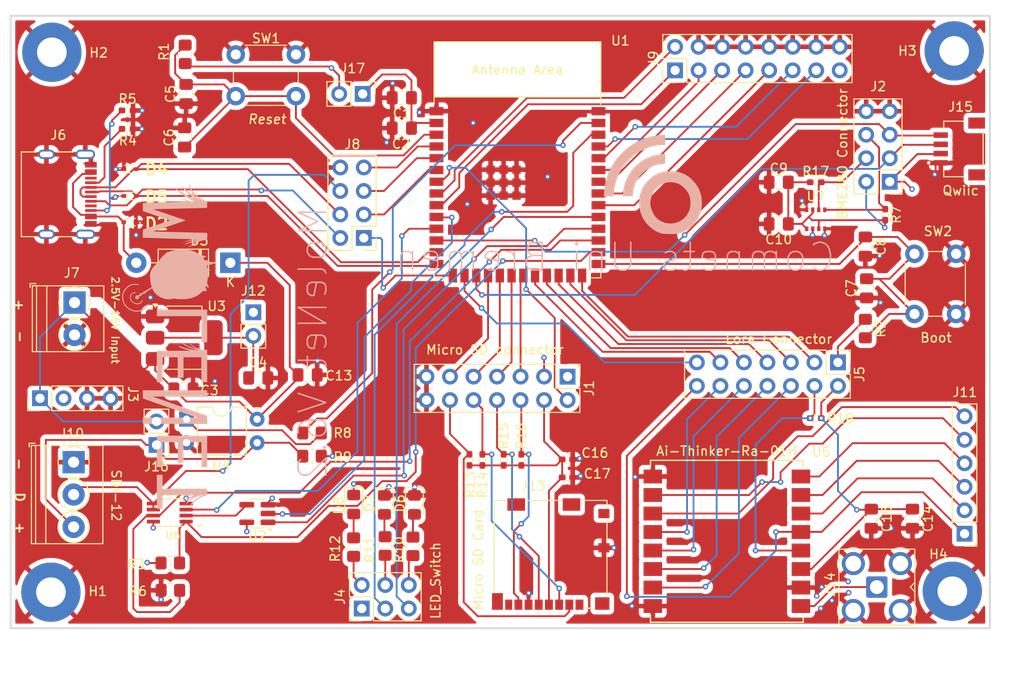
<source format=kicad_pcb>
(kicad_pcb (version 20240108) (generator "pcbnew") (generator_version "8.0")
  (title_block (title "MoleNet V6.2") (date "2025-03-20") (rev "1") (company "Comnets Uni Bremen") (comment 1 "Karun Raj Koloth") (comment 2 "Faruk Kollar"))
  (layers (0 "F.Cu" signal) (1 "In1.Cu" power "GND") (2 "In2.Cu" power "PWR") (31 "B.Cu" signal) (34 "B.Paste" user) (35 "F.Paste" user) (36 "B.SilkS" user "B.Silkscreen") (37 "F.SilkS" user "F.Silkscreen") (38 "B.Mask" user) (39 "F.Mask" user) (44 "Edge.Cuts" user))
  (net 0 "")
  (net 1 "GND")
  (net 2 "SDI_Data")
  (net 3 "Net-(J10-Pin_3)")
  (net 4 "+12V")
  (net 5 "Net-(D8-A)")
  (net 6 "Power_Led")
  (net 7 "Net-(D7-A)")
  (net 8 "GPIO_2_LED")
  (net 9 "Net-(D6-A)")
  (net 10 "GPIO_9_LED")
  (net 11 "GPIO_1")
  (net 12 "Net-(R8-Pad2)")
  (net 13 "SDI_RX")
  (net 14 "+3.3V")
  (net 15 "GPIO_0")
  (net 16 "CHIP_PU")
  (net 17 "SD_MOSI_H")
  (net 18 "SD_VDD")
  (net 19 "SD_CS_H")
  (net 20 "SD_SCK_H")
  (net 21 "Net-(J6-CC2)")
  (net 22 "Net-(J6-CC1)")
  (net 23 "SD_MISO_H")
  (net 24 "RA_VDD")
  (net 25 "RA_RESET_H")
  (net 26 "RA_DIO0_H")
  (net 27 "Net-(J11-Pin_2)")
  (net 28 "Net-(J11-Pin_3)")
  (net 29 "Net-(J11-Pin_4)")
  (net 30 "Net-(J11-Pin_5)")
  (net 31 "Net-(J11-Pin_6)")
  (net 32 "RA_SCK_H")
  (net 33 "RA_MISO_H")
  (net 34 "RA_MOSI_H")
  (net 35 "RA_NCS_H")
  (net 36 "SDI_TX")
  (net 37 "ADC_3")
  (net 38 "ADC_4")
  (net 39 "ADC_5")
  (net 40 "GPIO_15")
  (net 41 "GPIO_16")
  (net 42 "I2C_SCL")
  (net 43 "D-")
  (net 44 "D+")
  (net 45 "ADC_2")
  (net 46 "RA_MISO")
  (net 47 "I2C_SCA")
  (net 48 "SD_CS")
  (net 49 "SD_MOSI")
  (net 50 "SD_SCK")
  (net 51 "SD_MISO")
  (net 52 "RA_NCS")
  (net 53 "RA_RESET")
  (net 54 "RA_DIO0")
  (net 55 "RA_SCK")
  (net 56 "SDI_RX_ENABLE")
  (net 57 "SDI_TX_ENABLE")
  (net 58 "BME_SDI")
  (net 59 "RA_MOSI")
  (net 60 "GPIO_39")
  (net 61 "GPIO_40")
  (net 62 "GPIO_41")
  (net 63 "GPIO_42")
  (net 64 "U1RXD")
  (net 65 "U1TXD")
  (net 66 "GPIO_2")
  (net 67 "Net-(D3-A)")
  (net 72 "GPIO_38")
  (net 73 "Net-(J14-In)")
  (net 74 "Net-(J12-Pin_2)")
  (net 75 "BME_SCK")
  (net 76 "SD_Power")
  (net 77 "SDI_MARKING")
  (net 80 "BME_VDD")
  (net 81 "Net-(U2-Pad4)")
  (net 82 "Net-(J17-Pin_1)")
  (footprint "Connector_PinHeader_2.54mm:PinHeader_2x07_P2.54mm_Vertical" (layer "F.Cu") (at 152.7 96.5 -90)
    (property "Reference" "J1")
    (property "Value" "Micro SD connector")
  )
  (footprint "Capacitor_SMD:C_0805_2012Metric_Pad1.18x1.45mm_HandSolder" (layer "F.Cu") (at 175.5 80 180)
    (property "Reference" "C10")
    (property "Value" "0.1uF" (hide yes))
  )
  (footprint "Connector_PinHeader_2.54mm:PinHeader_1x02_P2.54mm_Vertical" (layer "F.Cu") (at 118.76 89.56)
    (property "Reference" "J12")
    (property "Value" "Conn_01x02" (hide yes))
  )
  (footprint "Resistor_SMD:R_0402_1005Metric_Pad0.72x0.64mm_HandSolder" (layer "F.Cu") (at 142.1 105.5 -90)
    (property "Reference" "R13")
    (property "Value" "10K" (hide yes))
  )
  (footprint "Resistor_SMD:R_0805_2012Metric_Pad1.20x1.40mm_HandSolder" (layer "F.Cu") (at 109.79 116.65)
    (property "Reference" "R3")
    (property "Value" "10k" (hide yes))
  )
  (footprint "Package_TO_SOT_SMD:SC-74A-5_1.55x2.9mm_P0.95mm" (layer "F.Cu") (at 119.2 111.3 180)
    (property "Reference" "U2")
    (property "Value" "74AHC1G00" (hide yes))
  )
  (footprint "Resistor_SMD:R_0805_2012Metric_Pad1.20x1.40mm_HandSolder" (layer "F.Cu") (at 111.4 61.6725 90)
    (property "Reference" "R1")
    (property "Value" "10k" (hide yes))
  )
  (footprint "MountingHole:MountingHole_3.2mm_M3_Pad" (layer "F.Cu") (at 97 61.45)
    (property "Reference" "H2")
    (property "Value" "MountingHole_Pad" (hide yes))
  )
  (footprint "KiCad:LESD5D50CT1G" (layer "F.Cu") (at 105.42 79.81 180)
    (property "Reference" "D2")
    (property "Value" "LESD5D5.0CT1G" (hide yes))
  )
  (footprint "Resistor_SMD:R_0402_1005Metric_Pad0.72x0.64mm_HandSolder" (layer "F.Cu") (at 147.7 105.5 -90)
    (property "Reference" "R16")
    (property "Value" "10K" (hide yes))
  )
  (footprint "PCM_Espressif:ESP32-S3-WROOM-1" (layer "F.Cu") (at 147.285 76.08)
    (property "Reference" "U1")
    (property "Value" "ESP32-S3-WROOM-1" (hide yes))
  )
  (footprint "Capacitor_SMD:C_0402_1005Metric_Pad0.74x0.62mm_HandSolder" (layer "F.Cu") (at 152.6825 105.45)
    (property "Reference" "C16")
    (property "Value" "22uF" (hide yes))
  )
  (footprint "Connector_PinHeader_2.54mm:PinHeader_2x03_P2.54mm_Vertical" (layer "F.Cu") (at 130.47 121.565 90)
    (property "Reference" "J4")
    (property "Value" "LED_Switch")
  )
  (footprint "Resistor_SMD:R_0805_2012Metric_Pad1.20x1.40mm_HandSolder" (layer "F.Cu") (at 184.86 91.31 -90)
    (property "Reference" "R2")
    (property "Value" "10k" (hide yes))
  )
  (footprint "Capacitor_SMD:C_0805_2012Metric_Pad1.18x1.45mm_HandSolder" (layer "F.Cu") (at 185.5 111.8625 -90)
    (property "Reference" "C15")
    (property "Value" "100nF" (hide yes))
  )
  (footprint "KiCad:LESD5D50CT1G" (layer "F.Cu") (at 105.45 74.08)
    (property "Reference" "D4")
    (property "Value" "LESD5D5.0CT1G" (hide yes))
  )
  (footprint "LED_SMD:LED_0805_2012Metric_Pad1.15x1.40mm_HandSolder" (layer "F.Cu") (at 136.16 110.365 -90)
    (property "Reference" "D6")
    (property "Value" "LED" (hide yes))
  )
  (footprint "MountingHole:MountingHole_3.2mm_M3_Pad" (layer "F.Cu") (at 96.9 119.8 180)
    (property "Reference" "H1")
    (property "Value" "MountingHole_Pad" (hide yes))
  )
  (footprint "Capacitor_SMD:C_0805_2012Metric_Pad1.18x1.45mm_HandSolder" (layer "F.Cu") (at 111.34 70.655 90)
    (property "Reference" "C6")
    (property "Value" "1uF" (hide yes))
  )
  (footprint "Capacitor_SMD:C_0805_2012Metric_Pad1.18x1.45mm_HandSolder" (layer "F.Cu") (at 189.95 111.8625 -90)
    (property "Reference" "C14")
    (property "Value" "22uF" (hide yes))
  )
  (footprint "Resistor_SMD:R_0402_1005Metric_Pad0.72x0.64mm_HandSolder" (layer "F.Cu") (at 179.5 75.5)
    (property "Reference" "R17")
    (property "Value" "4.7K" (hide yes))
  )
  (footprint "Connector_Coaxial:SMA_Amphenol_901-143_Horizontal" (layer "F.Cu") (at 186.1 119.25 180)
    (property "Reference" "J14")
    (property "Value" "Conn_Coaxial" (hide yes))
  )
  (footprint "Connector_PinHeader_2.54mm:PinHeader_2x07_P2.54mm_Vertical" (layer "F.Cu") (at 181.9 94.97 -90)
    (property "Reference" "J5")
    (property "Value" "Lora Connector")
  )
  (footprint "Resistor_SMD:R_0402_1005Metric_Pad0.72x0.64mm_HandSolder" (layer "F.Cu") (at 187 79 -90)
    (property "Reference" "R7")
    (property "Value" "4.7K" (hide yes))
  )
  (footprint "Connector_PinHeader_2.54mm:PinHeader_1x04_P2.54mm_Vertical" (layer "F.Cu") (at 95.72 98.85 90)
    (property "Reference" "J3")
    (property "Value" "Power Out" (hide yes))
  )
  (footprint "TerminalBlock_Phoenix:TerminalBlock_Phoenix_PT-1,5-3-3.5-H_1x03_P3.50mm_Horizontal" (layer "F.Cu") (at 99.35 105.75 -90)
    (property "Reference" "J10")
    (property "Value" "SDI-12")
  )
  (footprint "Capacitor_SMD:C_0805_2012Metric_Pad1.18x1.45mm_HandSolder" (layer "F.Cu") (at 119.29 96.65)
    (property "Reference" "C4")
    (property "Value" "2.2uF" (hide yes))
  )
  (footprint "Capacitor_SMD:C_0805_2012Metric_Pad1.18x1.45mm_HandSolder" (layer "F.Cu") (at 185 86.9625 90)
    (property "Reference" "C7")
    (property "Value" "0.1uF" (hide yes))
  )
  (footprint "Package_DIP:DIP-4_W7.62mm" (layer "F.Cu") (at 111.55 101.11)
    (property "Reference" "U4")
    (property "Value" "PC817" (hide yes))
  )
  (footprint "Diode_THT:D_DO-41_SOD81_P10.16mm_Horizontal" (layer "F.Cu") (at 116.28 84.2 180)
    (property "Reference" "D3")
    (property "Value" "1N5819" (hide yes))
  )
  (footprint "Package_TO_SOT_SMD:SOT-223-3_TabPin2" (layer "F.Cu") (at 111.3 92.3)
    (property "Reference" "U3")
    (property "Value" "TLV76133DCY" (hide yes))
  )
  (footprint "Connector_USB:USB_C_Receptacle_G-Switch_GT-USB-7010ASV" (layer "F.Cu") (at 97.49 76.8 -90)
    (property "Reference" "J6")
    (property "Value" "USB_C_Receptacle_USB2.0" (hide yes))
  )
  (footprint "Resistor_SMD:R_0805_2012Metric_Pad1.20x1.40mm_HandSolder" (layer "F.Cu") (at 125.1 102.6)
    (property "Reference" "R8")
    (property "Value" "220")
  )
  (footprint "Button_Switch_THT:SW_PUSH_6mm_H4.3mm" (layer "F.Cu") (at 116.86 61.69)
    (property "Reference" "SW1")
    (property "Value" "Reset")
  )
  (footprint "Capacitor_SMD:C_0402_1005Metric_Pad0.74x0.62mm_HandSolder" (layer "F.Cu") (at 152.6825 107.4)
    (property "Reference" "C17")
    (property "Value" "100nF" (hide yes))
  )
  (footprint "Button_Switch_THT:SW_PUSH_6mm_H4.3mm" (layer "F.Cu") (at 194.66 83.23 -90)
    (property "Reference" "SW2")
    (property "Value" "Boot")
  )
  (footprint "Connector_PinHeader_2.54mm:PinHeader_2x04_P2.54mm_Vertical" (layer "F.Cu") (at 130.69 81.52 180)
    (property "Reference" "J8")
    (property "Value" "~" (hide yes))
  )
  (footprint "Resistor_SMD:R_0402_1005Metric_Pad0.72x0.64mm_HandSolder" (layer "F.Cu") (at 105.17 67.74 180)
    (property "Reference" "R5")
    (property "Value" "5.1k" (hide yes))
  )
  (footprint "Connector_PinHeader_2.54mm:PinHeader_1x02_P2.54mm_Vertical" (layer "F.Cu") (at 108.3 103.89 180)
    (property "Reference" "J16")
    (property "Value" "Conn_01x02" (hide yes))
  )
  (footprint "LED_SMD:LED_0805_2012Metric_Pad1.15x1.40mm_HandSolder" (layer "F.Cu") (at 129.6 110.325 -90)
    (property "Reference" "D8")
    (property "Value" "LED" (hide yes))
  )
  (footprint "Capacitor_SMD:C_0805_2012Metric_Pad1.18x1.45mm_HandSolder" (layer "F.Cu") (at 134.8 69.65 180)
    (property "Reference" "C2")
    (property "Value" "100nF" (hide yes))
  )
  (footprint "Capacitor_SMD:C_0805_2012Metric_Pad1.18x1.45mm_HandSolder" (layer "F.Cu") (at 175.5 75.5 180)
    (property "Reference" "C9")
    (property "Value" "0.1uF" (hide yes))
  )
  (footprint "LED_SMD:LED_0805_2012Metric_Pad1.15x1.40mm_HandSolder" (layer "F.Cu") (at 132.92 110.365 -90)
    (property "Reference" "D7")
    (property "Value" "LED" (hide yes))
  )
  (footprint "KiCad:LESD5D50CT1G" (layer "F.Cu") (at 105.45 76.98)
    (property "Reference" "D5")
    (property "Value" "LESD5D5.0CT1G" (hide yes))
  )
  (footprint "TerminalBlock_Phoenix:TerminalBlock_Phoenix_PT-1,5-2-3.5-H_1x02_P3.50mm_Horizontal" (layer "F.Cu") (at 99.45 88.5 -90)
    (property "Reference" "J7")
    (property "Value" "2.5V-16V Input")
  )
  (footprint "Resistor_SMD:R_0805_2012Metric_Pad1.20x1.40mm_HandSolder" (layer "F.Cu") (at 109.8 119.6)
    (property "Reference" "R6")
    (property "Value" "10k" (hide yes))
  )
  (footprint "Resistor_SMD:R_0805_2012Metric_Pad1.20x1.40mm_HandSolder" (layer "F.Cu") (at 125.1 105.1 180)
    (property "Reference" "R9")
    (property "Value" "1k" (hide yes))
  )
  (footprint "Capacitor_SMD:C_0805_2012Metric_Pad1.18x1.45mm_HandSolder" (layer "F.Cu") (at 184.86 82.4475 -90)
    (property "Reference" "C8")
    (property "Value" "1uF" (hide yes))
  )
  (footprint "Resistor_SMD:R_0805_2012Metric_Pad1.20x1.40mm_HandSolder" (layer "F.Cu") (at 129.59 114.93 -90)
    (property "Reference" "R12")
    (property "Value" "220" (hide yes))
  )
  (footprint "Connector_PinHeader_2.54mm:PinHeader_1x06_P2.54mm_Vertical" (layer "F.Cu") (at 195.57 113.49 180)
    (property "Reference" "J11")
    (property "Value" "RA_01_DIO" (hide yes))
  )
  (footprint "Package_LGA:Bosch_LGA-8_2.5x2.5mm_P0.65mm_ClockwisePinNumbering" (layer "F.Cu") (at 179.5 79.5)
    (property "Reference" "U7")
    (property "Value" "BME280" (hide yes))
  )
  (footprint "Connector_Card:microSD_HC_Molex_104031-0811" (layer "F.Cu") (at 150.88 115.705 180)
    (property "Reference" "J13")
    (property "Value" "Micro SD Card")
  )
  (footprint "Connector_PinHeader_2.54mm:PinHeader_1x02_P2.54mm_Vertical" (layer "F.Cu") (at 130.575 65.95 -90)
    (property "Reference" "J17")
    (property "Value" "Conn_01x02" (hide yes))
  )
  (footprint "Capacitor_SMD:C_0805_2012Metric_Pad1.18x1.45mm_HandSolder" (layer "F.Cu") (at 111.2125 97.85)
    (property "Reference" "C3")
    (property "Value" "1uF" (hide yes))
  )
  (footprint "Connector_PinHeader_2.54mm:PinHeader_2x04_P2.54mm_Vertical" (layer "F.Cu") (at 187.49 75.44 180)
    (property "Reference" "J2")
    (property "Value" "BME280 Connector")
  )
  (footprint "Resistor_SMD:R_0402_1005Metric_Pad0.72x0.64mm_HandSolder" (layer "F.Cu") (at 143.5 105.5 -90)
    (property "Reference" "R14")
    (property "Value" "10K" (hide yes))
  )
  (footprint "PRT-14417:SPARKFUN_PRT-14417" (layer "F.Cu") (at 195.45 71.9 90)
    (property "Reference" "J15")
    (property "Value" "Qwiic")
  )
  (footprint "Resistor_SMD:R_0805_2012Metric_Pad1.20x1.40mm_HandSolder" (layer "F.Cu") (at 136 114.85 -90)
    (property "Reference" "R10")
    (property "Value" "220" (hide yes))
  )
  (footprint "Capacitor_SMD:C_0805_2012Metric_Pad1.18x1.45mm_HandSolder" (layer "F.Cu") (at 124.6225 96.32)
    (property "Reference" "C13")
    (property "Value" "10uF" (hide yes))
  )
  (footprint "Resistor_SMD:R_0402_1005Metric_Pad0.72x0.64mm_HandSolder" (layer "F.Cu") (at 145.8 105.5 -90)
    (property "Reference" "R15")
    (property "Value" "10K" (hide yes))
  )
  (footprint "Resistor_SMD:R_0402_1005Metric_Pad0.72x0.64mm_HandSolder" (layer "F.Cu") (at 105.17 69.73 180)
    (property "Reference" "R4")
    (property "Value" "5.1k" (hide yes))
  )
  (footprint "RF_Module:Ai-Thinker-Ra-01-LoRa" (layer "F.Cu") (at 169.9 114.3 180)
    (property "Reference" "U5")
    (property "Value" "Ai-Thinker-Ra-01H")
  )
  (footprint "MountingHole:MountingHole_3.2mm_M3_Pad" (layer "F.Cu") (at 194.25 119.7)
    (property "Reference" "H4")
    (property "Value" "MountingHole_Pad" (hide yes))
  )
  (footprint "Resistor_SMD:R_0402_1005Metric_Pad0.72x0.64mm_HandSolder" (layer "F.Cu") (at 179.5 101)
    (property "Reference" "R18")
    (property "Value" "10K" (hide yes))
  )
  (footprint "MountingHole:MountingHole_3.2mm_M3_Pad" (layer "F.Cu") (at 194.45 61.3)
    (property "Reference" "H3")
    (property "Value" "MountingHole_Pad" (hide yes))
  )
  (footprint "Capacitor_SMD:C_0805_2012Metric_Pad1.18x1.45mm_HandSolder" (layer "F.Cu") (at 134.8 66.37 180)
    (property "Reference" "C1")
    (property "Value" "22uF" (hide yes))
  )
  (footprint "SN74LVC2G241DCTR:SOP65P400X130-8N" (layer "F.Cu") (at 109.7325 111.2 180)
    (property "Reference" "U6")
    (property "Value" "74LVC2G241" (hide yes))
  )
  (footprint "Capacitor_SMD:C_0805_2012Metric_Pad1.18x1.45mm_HandSolder" (layer "F.Cu") (at 111.5 65.9625 90)
    (property "Reference" "C5")
    (property "Value" "0.1uF" (hide yes))
  )
  (footprint "Resistor_SMD:R_0805_2012Metric_Pad1.20x1.40mm_HandSolder" (layer "F.Cu") (at 132.99 114.81 -90)
    (property "Reference" "R11")
    (property "Value" "220" (hide yes))
  )
  (footprint "Connector_PinHeader_2.54mm:PinHeader_2x08_P2.54mm_Vertical" (layer "F.Cu") (at 164.31 63.4 90)
    (property "Reference" "J9")
    (property "Value" "Unused Pin" (hide yes))
  )
  (footprint "LOGO" (layer "B.Cu") (at 161.9 75.75 180)
    (property "Reference" "G2" (hide yes))
    (property "Value" "LOGO" (hide yes))
  )
  (footprint "LOGO" (layer "B.Cu") (at 109.500927 93.359158 -90)
    (property "Reference" "G1" (hide yes))
    (property "Value" "LOGO" (hide yes))
  )
  (gr_rect (start 92.55 57.5) (end 198.3 123.7) (stroke (width 0.2)) (fill none) (layer "Edge.Cuts"))
  (gr_text "Comnets Uni Bremen" (at 157.81 83.6 0) (layer "B.SilkS") (effects (font (size 3 3)) (justify mirror)))
  (gr_text "MoleNet V6.2" (at 125.21 92.88 90) (layer "B.SilkS") (effects (font (size 3 3)) (justify mirror)))
  (gr_text "D" (at 94.2 108.9 90) (layer "F.SilkS") (effects (font (size 1 1) (thickness 0.2) (bold yes)) (justify left bottom mirror)))
  (gr_text "-" (at 93.95 105.2 90) (layer "F.SilkS") (effects (font (size 1 1) (thickness 0.2) (bold yes)) (justify left bottom mirror)))
  (gr_text "+" (at 94.15 89.3 0) (layer "F.SilkS") (effects (font (size 1 1) (thickness 0.2) (bold yes)) (justify left bottom mirror)))
  (gr_text "-" (at 94.05 91.45 90) (layer "F.SilkS") (effects (font (size 1 1) (thickness 0.2) (bold yes)) (justify left bottom mirror)))
  (gr_text "+" (at 94.25 113.4 0) (layer "F.SilkS") (effects (font (size 1 1) (thickness 0.2) (bold yes)) (justify left bottom mirror)))
  (segment (start 104.79 74.08) (end 103.92 74.08) (width 0.2) (layer "F.Cu") (net 1))
  (segment (start 103.9795 76.98) (end 103.8595 77.1) (width 0.2) (layer "F.Cu") (net 1))
  (segment (start 106.1 79.83) (end 106.08 79.81) (width 0.2) (layer "F.Cu") (net 1))
  (segment (start 108 67) (end 111.5 67) (width 0.2) (layer "F.Cu") (net 1))
  (segment (start 156.62 115.005) (end 157.695 115.005) (width 0.2) (layer "F.Cu") (net 1))
  (segment (start 148.485 119.915) (end 148.5 119.9) (width 0.2) (layer "F.Cu") (net 1))
  (segment (start 180.15 119.25) (end 179.93 119.25) (width 0.2) (layer "F.Cu") (net 1))
  (segment (start 108.8 119.6) (end 108.8 120.6) (width 0.2) (layer "F.Cu") (net 1))
  (segment (start 111.5025 109.6525) (end 111.5 109.65) (width 0.2) (layer "F.Cu") (net 1))
  (segment (start 106.1 81.2) (end 106.1 79.83) (width 0.2) (layer "F.Cu") (net 1))
  (segment (start 157.695 115.005) (end 157.7 115) (width 0.2) (layer "F.Cu") (net 1))
  (segment (start 133.8 64.8) (end 133.8 66.3325) (width 0.2) (layer "F.Cu") (net 1))
  (segment (start 129.6 109.3) (end 129.6 108.1) (width 0.2) (layer "F.Cu") (net 1))
  (segment (start 174.4625 75.5) (end 174.4625 80) (width 0.2) (layer "F.Cu") (net 1))
  (segment (start 103.92 74.08) (end 103.9 74.1) (width 0.2) (layer "F.Cu") (net 1))
  (segment (start 180.1 119.3) (end 180.15 119.25) (width 0.2) (layer "F.Cu") (net 1))
  (segment (start 125.66 96.32) (end 125.69 94.8) (width 0.2) (layer "F.Cu") (net 1))
  (segment (start 153.25 107.4) (end 153.95 107.4) (width 0.2) (layer "F.Cu") (net 1))
  (segment (start 180.45 81.25) (end 180.475 81.225) (width 0.2) (layer "F.Cu") (net 1))
  (segment (start 179.175 81.175) (end 179.175 80.525) (width 0.2) (layer "F.Cu") (net 1))
  (segment (start 148.485 121.155) (end 148.485 119.915) (width 0.2) (layer "F.Cu") (net 1))
  (segment (start 178.525 78.475) (end 178.525 78.025) (width 0.2) (layer "F.Cu") (net 1))
  (segment (start 136.16 108.44) (end 136.2 108.4) (width 0.2) (layer "F.Cu") (net 1))
  (segment (start 111.5 69.4575) (end 111.34 69.6175) (width 0.2) (layer "F.Cu") (net 1))
  (segment (start 153.9 105.45) (end 154 105.35) (width 0.2) (layer "F.Cu") (net 1))
  (segment (start 113.75 97.85) (end 114.6 97) (width 0.2) (layer "F.Cu") (net 1))
  (segment (start 185.5 112.9) (end 187.65 112.9) (width 0.2) (layer "F.Cu") (net 1))
  (segment (start 133.7625 69.65) (end 133.7625 70.5875) (width 0.2) (layer "F.Cu") (net 1))
  (segment (start 133.7625 66.37) (end 133.7625 69.15) (width 0.2) (layer "F.Cu") (net 1))
  (segment (start 179.93 119.25) (end 179.9 119.28) (width 0.2) (layer "F.Cu") (net 1))
  (segment (start 161.9 121.3) (end 159.65 121.3) (width 0.2) (layer "F.Cu") (net 1))
  (segment (start 192.45 73.45) (end 192.45 74.55) (width 0.2) (layer "F.Cu") (net 1))
  (segment (start 177.9 119.3) (end 180.1 119.3) (width 0.2) (layer "F.Cu") (net 1))
  (segment (start 179.15 81.2) (end 179.175 81.175) (width 0.2) (layer "F.Cu") (net 1))
  (segment (start 111.5025 110.225) (end 111.5025 109.6525) (width 0.2) (layer "F.Cu") (net 1))
  (segment (start 112.25 97.85) (end 113.75 97.85) (width 0.2) (layer "F.Cu") (net 1))
  (segment (start 184.86 83.485) (end 186.365 83.485) (width 0.2) (layer "F.Cu") (net 1))
  (segment (start 125.69 94.8) (end 125.66 94.82) (width 0.2) (layer "F.Cu") (net 1))
  (segment (start 159.65 121.3) (end 159.67 121.28) (width 0.2) (layer "F.Cu") (net 1))
  (segment (start 106.76 67.74) (end 107.26 67.74) (width 0.2) (layer "F.Cu") (net 1))
  (segment (start 133.8 66.3325) (end 133.7625 66.37) (width 0.2) (layer "F.Cu") (net 1))
  (segment (start 160 107.35) (end 160.05 107.3) (width 0.2) (layer "F.Cu") (net 1))
  (segment (start 192.45 74.55) (end 192.35 74.65) (width 0.2) (layer "F.Cu") (net 1))
  (segment (start 185 88) (end 186 88) (width 0.2) (layer "F.Cu") (net 1))
  (segment (start 132.92 108.88) (end 132.92 109.34) (width 0.2) (layer "F.Cu") (net 1))
  (segment (start 160.05 107.3) (end 161.9 107.3) (width 0.2) (layer "F.Cu") (net 1))
  (segment (start 120.35 110.35) (end 120.35 110.1) (width 0.2) (layer "F.Cu") (net 1))
  (segment (start 178.525 78.025) (end 178 77.5) (width 0.2) (layer "F.Cu") (net 1))
  (segment (start 120.35 110.1) (end 120.8 109.65) (width 0.2) (layer "F.Cu") (net 1))
  (segment (start 186.365 83.485) (end 186.4 83.45) (width 0.2) (layer "F.Cu") (net 1))
  (segment (start 153.95 107.4) (end 154.1 107.25) (width 0.2) (layer "F.Cu") (net 1))
  (segment (start 180.475 81.225) (end 180.475 80.525) (width 0.2) (layer "F.Cu") (net 1))
  (segment (start 133.7625 70.5875) (end 133.15 71.2) (width 0.2) (layer "F.Cu") (net 1))
  (segment (start 136.83 67.82) (end 136.7 67.95) (width 0.2) (layer "F.Cu") (net 1))
  (segment (start 126.1 105.1) (end 127.3 105.1) (width 0.2) (layer "F.Cu") (net 1))
  (segment (start 184.86 83.000317) (end 184.86 83.485) (width 0.2) (layer "F.Cu") (net 1))
  (segment (start 133.4 108.4) (end 132.92 108.88) (width 0.2) (layer "F.Cu") (net 1))
  (segment (start 104.79 76.98) (end 103.9795 76.98) (width 0.2) (layer "F.Cu") (net 1))
  (segment (start 107.26 67.74) (end 108 67) (width 0.2) (layer "F.Cu") (net 1))
  (segment (start 189.95 112.9) (end 187.65 112.9) (width 0.2) (layer "F.Cu") (net 1))
  (segment (start 138.535 67.82) (end 136.83 67.82) (width 0.2) (layer "F.Cu") (net 1))
  (segment (start 185.115 83.23) (end 184.86 83.485) (width 0.2) (layer "F.Cu") (net 1))
  (segment (start 106.76 67.74) (end 105.7675 67.74) (width 0.2) (layer "F.Cu") (net 1))
  (segment (start 106.73 69.73) (end 105.7675 69.73) (width 0.2) (layer "F.Cu") (net 1))
  (segment (start 153.25 105.45) (end 153.9 105.45) (width 0.2) (layer "F.Cu") (net 1))
  (segment (start 184.86 83.485) (end 184.81 83.535) (width 0.2) (layer "F.Cu") (net 1))
  (segment (start 186 88) (end 186.5 88.5) (width 0.2) (layer "F.Cu") (net 1))
  (segment (start 111.5 67) (end 111.5 69.4575) (width 0.2) (layer "F.Cu") (net 1))
  (segment (start 136.16 109.34) (end 136.16 108.44) (width 0.2) (layer "F.Cu") (net 1))
  (via (at 150.54 74.9) (size 0.6) (drill 0.3) (layers "F.Cu" "B.Cu") (net 1))
  (via (at 125.69 94.8) (size 0.6) (drill 0.3) (layers "F.Cu" "B.Cu") (net 1))
  (via (at 180.05 121.55) (size 0.6) (drill 0.3) (layers "F.Cu" "B.Cu") (net 1))
  (via (at 183 118.65) (size 0.6) (drill 0.3) (layers "F.Cu" "B.Cu") (net 1))
  (via (at 160 107.35) (size 0.6) (drill 0.3) (layers "F.Cu" "B.Cu") (net 1))
  (via (at 111.5 109.65) (size 0.6) (drill 0.3) (layers "F.Cu" "B.Cu") (net 1))
  (via (at 148.5 119.9) (size 0.6) (drill 0.3) (layers "F.Cu" "B.Cu") (net 1))
  (via (at 136.7 67.95) (size 0.6) (drill 0.3) (layers "F.Cu" "B.Cu") (net 1))
  (via (at 141.87 77.87) (size 0.6) (drill 0.3) (layers "F.Cu" "B.Cu") (net 1))
  (via (at 108.8 120.6) (size 0.6) (drill 0.3) (layers "F.Cu" "B.Cu") (net 1))
  (via (at 133.4 108.4) (size 0.6) (drill 0.3) (layers "F.Cu" "B.Cu") (net 1))
  (via (at 178 77.5) (size 0.6) (drill 0.3) (layers "F.Cu" "B.Cu") (net 1))
  (via (at 179.6 120.2) (size 0.6) (drill 0.3) (layers "F.Cu" "B.Cu") (net 1))
  (via (at 183.05 119.85) (size 0.6) (drill 0.3) (layers "F.Cu" "B.Cu") (net 1))
  (via (at 192.35 74.65) (size 0.6) (drill 0.3) (layers "F.Cu" "B.Cu") (net 1))
  (via (at 127.3 105.1) (size 0.6) (drill 0.3) (layers "F.Cu" "B.Cu") (net 1))
  (via (at 106.1 81.2) (size 0.6) (drill 0.3) (layers "F.Cu" "B.Cu") (net 1))
  (via (at 133.15 71.2) (size 0.6) (drill 0.3) (layers "F.Cu" "B.Cu") (net 1))
  (via (at 129.6 108.1) (size 0.6) (drill 0.3) (layers "F.Cu" "B.Cu") (net 1))
  (via (at 106.76 67.74) (size 0.6) (drill 0.3) (layers "F.Cu" "B.Cu") (net 1))
  (via (at 106.73 69.73) (size 0.6) (drill 0.3) (layers "F.Cu" "B.Cu") (net 1))
  (via (at 154 105.35) (size 0.6) (drill 0.3) (layers "F.Cu" "B.Cu") (net 1))
  (via (at 159.65 121.3) (size 0.6) (drill 0.3) (layers "F.Cu" "B.Cu") (net 1))
  (via (at 179.15 81.2) (size 0.6) (drill 0.3) (layers "F.Cu" "B.Cu") (net 1))
  (via (at 186.4 83.45) (size 0.6) (drill 0.3) (layers "F.Cu" "B.Cu") (net 1))
  (via (at 133.8 64.8) (size 0.6) (drill 0.3) (layers "F.Cu" "B.Cu") (net 1))
  (via (at 181.25 120.7) (size 0.6) (drill 0.3) (layers "F.Cu" "B.Cu") (net 1))
  (via (at 187.65 112.9) (size 0.6) (drill 0.3) (layers "F.Cu" "B.Cu") (net 1))
  (via (at 157.7 115) (size 0.6) (drill 0.3) (layers "F.Cu" "B.Cu") (net 1))
  (via (at 114.6 97) (size 0.6) (drill 0.3) (layers "F.Cu" "B.Cu") (net 1))
  (via (at 136.2 108.4) (size 0.6) (drill 0.3) (layers "F.Cu" "B.Cu") (net 1))
  (via (at 120.8 109.65) (size 0.6) (drill 0.3) (layers "F.Cu" "B.Cu") (net 1))
  (via (at 154.1 107.25) (size 0.6) (drill 0.3) (layers "F.Cu" "B.Cu") (net 1))
  (via (at 180.45 81.25) (size 0.6) (drill 0.3) (layers "F.Cu" "B.Cu") (net 1))
  (via (at 180.15 119.25) (size 0.6) (drill 0.3) (layers "F.Cu" "B.Cu") (net 1))
  (via (at 186.5 88.5) (size 0.6) (drill 0.3) (layers "F.Cu" "B.Cu") (net 1))
  (via (at 142.5 69.08) (size 0.6) (drill 0.3) (layers "F.Cu" "B.Cu") (net 1))
  (via (at 103.9 74.1) (size 0.6) (drill 0.3) (layers "F.Cu" "B.Cu") (net 1))
  (via (at 103.8595 77.1) (size 0.6) (drill 0.3) (layers "F.Cu" "B.Cu") (net 1))
  (via (at 107.65 87.95) (size 0.6) (drill 0.3) (layers "F.Cu" "B.Cu") (net 1))
  (segment (start 107.9625 110.225) (end 111.4875 106.7) (width 0.2) (layer "F.Cu") (net 2))
  (segment (start 111.4875 106.7) (end 115.45 106.7) (width 0.2) (layer "F.Cu") (net 2))
  (segment (start 100.15 108.45) (end 106.1875 108.45) (width 0.2) (layer "F.Cu") (net 2))
  (segment (start 106.1875 108.45) (end 107.9625 110.225) (width 0.2) (layer "F.Cu") (net 2))
  (segment (start 107.9625 110.225) (end 107.9625 110.875) (width 0.2) (layer "F.Cu") (net 2))
  (segment (start 99.35 109.25) (end 100.15 108.45) (width 0.2) (layer "F.Cu") (net 2))
  (via (at 115.45 106.7) (size 0.6) (drill 0.3) (layers "F.Cu" "B.Cu") (net 2))
  (segment (start 128.15 76.44) (end 126.41 74.7) (width 0.2) (layer "B.Cu") (net 2))
  (segment (start 118.25 75.3) (end 118.25 87.77) (width 0.2) (layer "B.Cu") (net 2))
  (segment (start 118.25 87.77) (end 116.3 89.72) (width 0.2) (layer "B.Cu") (net 2))
  (segment (start 126.41 74.7) (end 118.85 74.7) (width 0.2) (layer "B.Cu") (net 2))
  (segment (start 116.3 89.72) (end 116.3 105.85) (width 0.2) (layer "B.Cu") (net 2))
  (segment (start 118.85 74.7) (end 118.25 75.3) (width 0.2) (layer "B.Cu") (net 2))
  (segment (start 116.3 105.85) (end 115.45 106.7) (width 0.2) (layer "B.Cu") (net 2))
  (segment (start 107.19 103.89) (end 108.3 103.89) (width 0.2) (layer "F.Cu") (net 3))
  (segment (start 108.3 104.35) (end 109.35 105.4) (width 0.2) (layer "F.Cu") (net 3))
  (segment (start 99.35 112.75) (end 96.35 109.75) (width 0.2) (layer "F.Cu") (net 3))
  (segment (start 119.17 103.65) (end 122.65 103.65) (width 0.2) (layer "F.Cu") (net 3))
  (segment (start 96.35 109.75) (end 96.35 103.35) (width 0.2) (layer "F.Cu") (net 3))
  (segment (start 96.35 103.35) (end 106.65 103.35) (width 0.2) (layer "F.Cu") (net 3))
  (segment (start 106.65 103.35) (end 107.19 103.89) (width 0.2) (layer "F.Cu") (net 3))
  (segment (start 109.35 105.4) (end 117.42 105.4) (width 0.2) (layer "F.Cu") (net 3))
  (segment (start 119.17 103.65) (end 117.42 105.4) (width 0.2) (layer "F.Cu") (net 3))
  (segment (start 122.65 103.65) (end 124.1 105.1) (width 0.2) (layer "F.Cu") (net 3))
  (segment (start 108.3 103.89) (end 108.3 104.35) (width 0.2) (layer "F.Cu") (net 3))
  (segment (start 111.525 99.2) (end 110.175 97.85) (width 0.2) (layer "F.Cu") (net 4))
  (segment (start 123.3925 96.5125) (end 123.585 96.32) (width 0.2) (layer "F.Cu") (net 4))
  (segment (start 117.26 99.2) (end 111.525 99.2) (width 0.2) (layer "F.Cu") (net 4))
  (segment (start 107.1 95.65) (end 108.15 94.6) (width 0.2) (layer "F.Cu") (net 4))
  (segment (start 108.15 94.6) (end 108.15 95.825) (width 0.2) (layer "F.Cu") (net 4))
  (segment (start 101.55 90.6) (end 101.55 95.65) (width 0.2) (layer "F.Cu") (net 4))
  (segment (start 101.55 95.65) (end 107.1 95.65) (width 0.2) (layer "F.Cu") (net 4))
  (segment (start 119.17 101.11) (end 117.26 99.2) (width 0.2) (layer "F.Cu") (net 4))
  (segment (start 116.28 84.2) (end 120.265 84.2) (width 0.2) (layer "F.Cu") (net 4))
  (segment (start 108.15 95.825) (end 110.175 97.85) (width 0.2) (layer "F.Cu") (net 4))
  (segment (start 119.17 101.11) (end 123.585 96.695) (width 0.2) (layer "F.Cu") (net 4))
  (segment (start 123.585 96.695) (end 123.585 96.32) (width 0.2) (layer "F.Cu") (net 4))
  (segment (start 120.265 84.2) (end 122.6975 86.6325) (width 0.2) (layer "F.Cu") (net 4))
  (segment (start 122.6975 86.6325) (end 122.6975 95.4325) (width 0.2) (layer "F.Cu") (net 4))
  (segment (start 99.45 88.5) (end 101.55 90.6) (width 0.2) (layer "F.Cu") (net 4))
  (segment (start 122.6975 95.4325) (end 123.585 96.32) (width 0.2) (layer "F.Cu") (net 4))
  (segment (start 95.72 98.85) (end 98.22 101.35) (width 0.2) (layer "B.Cu") (net 4))
  (segment (start 98.22 101.35) (end 108.3 101.35) (width 0.2) (layer "B.Cu") (net 4))
  (segment (start 99.45 88.5) (end 95.72 92.23) (width 0.2) (layer "B.Cu") (net 4))
  (segment (start 95.72 92.23) (end 95.72 98.85) (width 0.2) (layer "B.Cu") (net 4))
  (segment (start 129.59 113.93) (end 129.59 111.36) (width 0.2) (layer "F.Cu") (net 5))
  (segment (start 129.59 111.36) (end 129.6 111.35) (width 0.2) (layer "F.Cu") (net 5))
  (segment (start 129.59 118.145) (end 130.47 119.025) (width 0.2) (layer "F.Cu") (net 6))
  (segment (start 129.59 115.93) (end 129.59 118.145) (width 0.2) (layer "F.Cu") (net 6))
  (segment (start 132.99 113.81) (end 132.92 113.74) (width 0.2) (layer "F.Cu") (net 7))
  (segment (start 132.92 113.74) (end 132.92 111.39) (width 0.2) (layer "F.Cu") (net 7))
  (segment (start 133.01 115.83) (end 132.99 115.81) (width 0.2) (layer "F.Cu") (net 8))
  (segment (start 133.01 119.025) (end 133.01 115.83) (width 0.2) (layer "F.Cu") (net 8))
  (segment (start 136 111.55) (end 136.16 111.39) (width 0.2) (layer "F.Cu") (net 9))
  (segment (start 136 113.85) (end 136 111.55) (width 0.2) (layer "F.Cu") (net 9))
  (segment (start 136 115.85) (end 135.55 116.3) (width 0.2) (layer "F.Cu") (net 10))
  (segment (start 135.55 116.3) (end 135.55 119.025) (width 0.2) (layer "F.Cu") (net 10))
  (segment (start 152.2 71.5) (end 152.2 71.011471) (width 0.2) (layer "F.Cu") (net 11))
  (segment (start 131.6 87.1) (end 133.5 85.2) (width 0.2) (layer "F.Cu") (net 11))
  (segment (start 131.6 96.127817) (end 131.6 87.1) (width 0.2) (layer "F.Cu") (net 11))
  (segment (start 125.675 101.025) (end 126.702817 101.025) (width 0.2) (layer "F.Cu") (net 11))
  (segment (start 126.702817 101.025) (end 131.6 96.127817) (width 0.2) (layer "F.Cu") (net 11))
  (segment (start 152.2 71.011471) (end 154.121471 69.09) (width 0.2) (layer "F.Cu") (net 11))
  (segment (start 154.121471 69.09) (end 156.035 69.09) (width 0.2) (layer "F.Cu") (net 11))
  (segment (start 124.1 102.6) (end 125.675 101.025) (width 0.2) (layer "F.Cu") (net 11))
  (via (at 152.2 71.5) (size 0.6) (drill 0.3) (layers "F.Cu" "B.Cu") (net 11))
  (via (at 133.5 85.2) (size 0.6) (drill 0.3) (layers "F.Cu" "B.Cu") (net 11))
  (segment (start 133.82 78.231471) (end 140.551471 71.5) (width 0.2) (layer "B.Cu") (net 11))
  (segment (start 140.551471 71.5) (end 152.2 71.5) (width 0.2) (layer "B.Cu") (net 11))
  (segment (start 133.5 85.2) (end 133.82 84.88) (width 0.2) (layer "B.Cu") (net 11))
  (segment (start 133.82 84.88) (end 133.82 78.231471) (width 0.2) (layer "B.Cu") (net 11))
  (segment (start 123.365686 103.8) (end 121.865686 102.3) (width 0.2) (layer "F.Cu") (net 12))
  (segment (start 112.74 102.3) (end 111.55 101.11) (width 0.2) (layer "F.Cu") (net 12))
  (segment (start 121.865686 102.3) (end 112.74 102.3) (width 0.2) (layer "F.Cu") (net 12))
  (segment (start 126.1 102.6) (end 124.9 103.8) (width 0.2) (layer "F.Cu") (net 12))
  (segment (start 124.9 103.8) (end 123.365686 103.8) (width 0.2) (layer "F.Cu") (net 12))
  (segment (start 135.5805 80.52) (end 138.535 80.52) (width 0.2) (layer "F.Cu") (net 13))
  (segment (start 114.75 110.875) (end 111.5025 110.875) (width 0.2) (layer "F.Cu") (net 13))
  (segment (start 134.8005 81.3) (end 135.5805 80.52) (width 0.2) (layer "F.Cu") (net 13))
  (segment (start 114.8 110.925) (end 114.75 110.875) (width 0.2) (layer "F.Cu") (net 13))
  (via (at 114.8 110.925) (size 0.6) (drill 0.3) (layers "F.Cu" "B.Cu") (net 13))
  (via (at 134.8005 81.3) (size 0.6) (drill 0.3) (layers "F.Cu" "B.Cu") (net 13))
  (segment (start 116.85 108.85) (end 125.75 108.85) (width 0.2) (layer "B.Cu") (net 13))
  (segment (start 130 90.7) (end 134.8005 85.8995) (width 0.2) (layer "B.Cu") (net 13))
  (segment (start 114.9 110.825) (end 114.9 110.8) (width 0.2) (layer "B.Cu") (net 13))
  (segment (start 125.75 108.85) (end 130 104.6) (width 0.2) (layer "B.Cu") (net 13))
  (segment (start 114.8 110.925) (end 114.9 110.825) (width 0.2) (layer "B.Cu") (net 13))
  (segment (start 114.9 110.8) (end 116.85 108.85) (width 0.2) (layer "B.Cu") (net 13))
  (segment (start 134.8005 85.8995) (end 134.8005 81.3) (width 0.2) (layer "B.Cu") (net 13))
  (segment (start 130 104.6) (end 130 90.7) (width 0.2) (layer "B.Cu") (net 13))
  (segment (start 150.16 96.5) (end 150.16 94.46) (width 0.2) (layer "F.Cu") (net 14))
  (segment (start 107.9625 112.8375) (end 107.95 112.85) (width 0.2) (layer "F.Cu") (net 14))
  (segment (start 111.4 62.6725) (end 111.7175 62.99) (width 0.2) (layer "F.Cu") (net 14))
  (segment (start 118.05 112.25) (end 118.05 113.25) (width 0.2) (layer "F.Cu") (net 14))
  (segment (start 108.79 116.65) (end 107.35 116.65) (width 0.2) (layer "F.Cu") (net 14))
  (segment (start 107.9625 112.175) (end 107.9625 112.8375) (width 0.2) (layer "F.Cu") (net 14))
  (segment (start 107.35 116.65) (end 107.3 116.6) (width 0.2) (layer "F.Cu") (net 14))
  (segment (start 190.48 72.45) (end 187.49 75.44) (width 0.2) (layer "F.Cu") (net 14))
  (segment (start 127.04 62.99) (end 127.2 63.15) (width 0.2) (layer "F.Cu") (net 14))
  (segment (start 187.49 75.44) (end 189.09 75.44) (width 0.2) (layer "F.Cu") (net 14))
  (segment (start 189.09 75.44) (end 189.9 76.25) (width 0.2) (layer "F.Cu") (net 14))
  (segment (start 192.45 72.45) (end 190.48 72.45) (width 0.2) (layer "F.Cu") (net 14))
  (segment (start 181.9 94.97) (end 181.9 93.27) (width 0.2) (layer "F.Cu") (net 14))
  (segment (start 128.035 65.95) (end 128.035 63.985) (width 0.2) (layer "F.Cu") (net 14))
  (segment (start 111.7175 62.99) (end 127.04 62.99) (width 0.2) (layer "F.Cu") (net 14))
  (segment (start 128.035 63.985) (end 127.2 63.15) (width 0.2) (layer "F.Cu") (net 14))
  (segment (start 150.16 94.46) (end 150.15 94.45) (width 0.2) (layer "F.Cu") (net 14))
  (segment (start 181.9 93.27) (end 184.86 90.31) (width 0.2) (layer "F.Cu") (net 14))
  (via (at 150.15 94.45) (size 0.6) (drill 0.3) (layers "F.Cu" "B.Cu") (net 14))
  (via (at 127.2 63.15) (size 0.6) (drill 0.3) (layers "F.Cu" "B.Cu") (net 14))
  (via (at 107.95 112.85) (size 0.6) (drill 0.3) (layers "F.Cu" "B.Cu") (net 14))
  (via (at 189.9 76.25) (size 0.6) (drill 0.3) (layers "F.Cu" "B.Cu") (net 14))
  (via (at 107.3 116.6) (size 0.6) (drill 0.3) (layers "F.Cu" "B.Cu") (net 14))
  (via (at 118.05 113.25) (size 0.6) (drill 0.3) (layers "F.Cu" "B.Cu") (net 14))
  (segment (start 188.34 81.41) (end 190.16 83.23) (width 0.2) (layer "F.Cu") (net 15))
  (segment (start 187.465 85.925) (end 190.16 83.23) (width 0.2) (layer "F.Cu") (net 15))
  (segment (start 187.44 89.73) (end 184.86 92.31) (width 0.2) (layer "F.Cu") (net 15))
  (segment (start 185 85.925) (end 187.465 85.925) (width 0.2) (layer "F.Cu") (net 15))
  (segment (start 182.1 84.3) (end 184.86 81.54) (width 0.2) (layer "F.Cu") (net 15))
  (segment (start 186.355 85.925) (end 190.16 89.73) (width 0.2) (layer "F.Cu") (net 15))
  (segment (start 184.86 81.54) (end 184.86 81.41) (width 0.2) (layer "F.Cu") (net 15))
  (segment (start 190.16 89.73) (end 187.44 89.73) (width 0.2) (layer "F.Cu") (net 15))
  (segment (start 156.035 84.33) (end 181.94 84.33) (width 0.2) (layer "F.Cu") (net 15))
  (segment (start 184.86 81.41) (end 188.34 81.41) (width 0.2) (layer "F.Cu") (net 15))
  (segment (start 182.07 84.33) (end 182.1 84.3) (width 0.2) (layer "F.Cu") (net 15))
  (segment (start 181.94 84.33) (end 182.07 84.33) (width 0.2) (layer "F.Cu") (net 15))
  (segment (start 185 85.925) (end 186.355 85.925) (width 0.2) (layer "F.Cu") (net 15))
  (segment (start 110.315 63.74) (end 110.315 61.7575) (width 0.2) (layer "F.Cu") (net 16))
  (segment (start 138.535 70.36) (end 137.224314 70.36) (width 0.2) (layer "F.Cu") (net 16))
  (segment (start 115.595 64.925) (end 111.5 64.925) (width 0.2) (layer "F.Cu") (net 16))
  (segment (start 116.86 66.19) (end 111.3575 71.6925) (width 0.2) (layer "F.Cu") (net 16))
  (segment (start 123.36 68.56) (end 123.36 66.19) (width 0.2) (layer "F.Cu") (net 16))
  (segment (start 137.224314 70.36) (end 134.984314 72.6) (width 0.2) (layer "F.Cu") (net 16))
  (segment (start 123.36 66.19) (end 116.86 66.19) (width 0.2) (layer "F.Cu") (net 16))
  (segment (start 127.4 72.6) (end 123.36 68.56) (width 0.2) (layer "F.Cu") (net 16))
  (segment (start 116.86 66.19) (end 115.595 64.925) (width 0.2) (layer "F.Cu") (net 16))
  (segment (start 111.5 64.925) (end 110.315 63.74) (width 0.2) (layer "F.Cu") (net 16))
  (segment (start 134.984314 72.6) (end 127.4 72.6) (width 0.2) (layer "F.Cu") (net 16))
  (segment (start 111.3575 71.6925) (end 111.34 71.6925) (width 0.2) (layer "F.Cu") (net 16))
  (segment (start 110.315 61.7575) (end 111.4 60.6725) (width 0.2) (layer "F.Cu") (net 16))
  (segment (start 143.5 100) (end 142.54 99.04) (width 0.2) (layer "F.Cu") (net 17))
  (segment (start 151.8 121.14) (end 151.785 121.155) (width 0.2) (layer "F.Cu") (net 17))
  (segment (start 143.5 104.9025) (end 143.5 100) (width 0.2) (layer "F.Cu") (net 17))
  (segment (start 151.8 119.4) (end 151.8 121.14) (width 0.2) (layer "F.Cu") (net 17))
  (segment (start 143.5 104.9025) (end 144.4975 104.9025) (width 0.2) (layer "F.Cu") (net 17))
  (segment (start 144.4975 104.9025) (end 144.5 104.9) (width 0.2) (layer "F.Cu") (net 17))
  (via (at 151.8 119.4) (size 0.6) (drill 0.3) (layers "F.Cu" "B.Cu") (net 17))
  (via (at 144.5 104.9) (size 0.6) (drill 0.3) (layers "F.Cu" "B.Cu") (net 17))
  (segment (start 144.5 112.1) (end 151.8 119.4) (width 0.2) (layer "B.Cu") (net 17))
  (segment (start 144.5 104.9) (end 144.5 112.1) (width 0.2) (layer "B.Cu") (net 17))
  (segment (start 147.7 106.0975) (end 151.4675 106.0975) (width 0.2) (layer "F.Cu") (net 18))
  (segment (start 151.4675 106.0975) (end 152.115 105.45) (width 0.2) (layer "F.Cu") (net 18))
  (segment (start 150.16 99.04) (end 150.16 103.495) (width 0.2) (layer "F.Cu") (net 18))
  (segment (start 143.4 105.9975) (end 143.5 106.0975) (width 0.2) (layer "F.Cu") (net 18))
  (segment (start 152.115 107.4) (end 150.685 108.83) (width 0.2) (layer "F.Cu") (net 18))
  (segment (start 145.8 106.0975) (end 147.7 106.0975) (width 0.2) (layer "F.Cu") (net 18))
  (segment (start 152.115 105.45) (end 152.115 107.4) (width 0.2) (layer "F.Cu") (net 18))
  (segment (start 150.685 108.83) (end 150.685 121.155) (width 0.2) (layer "F.Cu") (net 18))
  (segment (start 150.16 103.495) (end 152.115 105.45) (width 0.2) (layer "F.Cu") (net 18))
  (segment (start 142.1 106.0975) (end 143.5 106.0975) (width 0.2) (layer "F.Cu") (net 18))
  (segment (start 143.5 106.0975) (end 145.8 106.0975) (width 0.2) (layer "F.Cu") (net 18))
  (segment (start 143 122.4) (end 141.48 120.88) (width 0.2) (layer "F.Cu") (net 19))
  (segment (start 152.885 121.905) (end 152.39 122.4) (width 0.2) (layer "F.Cu") (net 19))
  (segment (start 152.885 121.155) (end 152.885 121.905) (width 0.2) (layer "F.Cu") (net 19))
  (segment (start 141.48 120.88) (end 141.48 105.4225) (width 0.2) (layer "F.Cu") (net 19))
  (segment (start 140 102.7025) (end 140 99.04) (width 0.2) (layer "F.Cu") (net 19))
  (segment (start 142.1 104.8025) (end 140 102.7025) (width 0.2) (layer "F.Cu") (net 19))
  (segment (start 140 99.04) (end 140.07 99.11) (width 0.2) (layer "F.Cu") (net 19))
  (segment (start 152.39 122.4) (end 143 122.4) (width 0.2) (layer "F.Cu") (net 19))
  (segment (start 141.48 105.4225) (end 142.1 104.8025) (width 0.2) (layer "F.Cu") (net 19))
  (segment (start 145.8 104.9025) (end 146.6975 104.9025) (width 0.2) (layer "F.Cu") (net 20))
  (segment (start 145.08 104.1825) (end 145.08 99.04) (width 0.2) (layer "F.Cu") (net 20))
  (segment (start 149.585 115.885) (end 149.585 121.155) (width 0.2) (layer "F.Cu") (net 20))
  (segment (start 147.5 113.8) (end 149.585 115.885) (width 0.2) (layer "F.Cu") (net 20))
  (segment (start 145.8 104.9025) (end 145.08 104.1825) (width 0.2) (layer "F.Cu") (net 20))
  (segment (start 146.6975 104.9025) (end 146.7 104.9) (width 0.2) (layer "F.Cu") (net 20))
  (via (at 146.7 104.9) (size 0.6) (drill 0.3) (layers "F.Cu" "B.Cu") (net 20))
  (via (at 147.5 113.8) (size 0.6) (drill 0.3) (layers "F.Cu" "B.Cu") (net 20))
  (segment (start 146.7 113) (end 147.5 113.8) (width 0.2) (layer "B.Cu") (net 20))
  (segment (start 146.7 104.9) (end 146.7 113) (width 0.2) (layer "B.Cu") (net 20))
  (segment (start 103.48 69.19) (end 103.48 68.8325) (width 0.2) (layer "F.Cu") (net 21))
  (segment (start 102.94 78.55) (end 101.215 78.55) (width 0.2) (layer "F.Cu") (net 21))
  (segment (start 103.48 68.8325) (end 104.5725 67.74) (width 0.2) (layer "F.Cu") (net 21))
  (via (at 103.48 69.19) (size 0.6) (drill 0.3) (layers "F.Cu" "B.Cu") (net 21))
  (via (at 102.94 78.55) (size 0.6) (drill 0.3) (layers "F.Cu" "B.Cu") (net 21))
  (segment (start 103.26 78.23) (end 103.26 69.41) (width 0.2) (layer "B.Cu") (net 21))
  (segment (start 102.94 78.55) (end 103.26 78.23) (width 0.2) (layer "B.Cu") (net 21))
  (segment (start 103.26 69.41) (end 103.48 69.19) (width 0.2) (layer "B.Cu") (net 21))
  (segment (start 102.69 71.6125) (end 104.5725 69.73) (width 0.2) (layer "F.Cu") (net 22))
  (segment (start 102.69 74.945) (end 102.69 71.6125) (width 0.2) (layer "F.Cu") (net 22))
  (segment (start 102.085 75.55) (end 102.69 74.945) (width 0.2) (layer "F.Cu") (net 22))
  (segment (start 101.215 75.55) (end 102.085 75.55) (width 0.2) (layer "F.Cu") (net 22))
  (segment (start 147.385 120.405) (end 147.385 121.155) (width 0.2) (layer "F.Cu") (net 23))
  (segment (start 147.7 104.9025) (end 147.7 99.12) (width 0.2) (layer "F.Cu") (net 23))
  (segment (start 147.7 112.4) (end 146.9 113.2) (width 0.2) (layer "F.Cu") (net 23))
  (segment (start 147.7 99.12) (end 147.62 99.04) (width 0.2) (layer "F.Cu") (net 23))
  (segment (start 147.7 104.9025) (end 148.4975 104.9025) (width 0.2) (layer "F.Cu") (net 23))
  (segment (start 147.69 104.7925) (end 147.7 104.8025) (width 0.2) (layer "F.Cu") (net 23))
  (segment (start 148.4975 104.9025) (end 148.5 104.9) (width 0.2) (layer "F.Cu") (net 23))
  (segment (start 146.9 119.92) (end 147.385 120.405) (width 0.2) (layer "F.Cu") (net 23))
  (segment (start 146.9 113.2) (end 146.9 119.92) (width 0.2) (layer "F.Cu") (net 23))
  (via (at 148.5 104.9) (size 0.6) (drill 0.3) (layers "F.Cu" "B.Cu") (net 23))
  (via (at 147.7 112.4) (size 0.6) (drill 0.3) (layers "F.Cu" "B.Cu") (net 23))
  (segment (start 148.5 104.9) (end 148.5 111.6) (width 0.2) (layer "B.Cu") (net 23))
  (segment (start 148.5 111.6) (end 147.7 112.4) (width 0.2) (layer "B.Cu") (net 23))
  (segment (start 180.0975 99.3125) (end 180.0975 101) (width 0.2) (layer "F.Cu") (net 24))
  (segment (start 183.93 110.89) (end 185.435 110.89) (width 0.2) (layer "F.Cu") (net 24))
  (segment (start 181.9 97.51) (end 180.0975 99.3125) (width 0.2) (layer "F.Cu") (net 24))
  (segment (start 185.5 110.825) (end 179.025 117.3) (width 0.2) (layer "F.Cu") (net 24))
  (segment (start 185.5 110.825) (end 189.95 110.825) (width 0.2) (layer "F.Cu") (net 24))
  (segment (start 179.025 117.3) (end 177.9 117.3) (width 0.2) (layer "F.Cu") (net 24))
  (via (at 180.0975 101) (size 0.6) (drill 0.3) (layers "F.Cu" "B.Cu") (net 24))
  (via (at 183.93 110.89) (size 0.6) (drill 0.3) (layers "F.Cu" "B.Cu") (net 24))
  (segment (start 183.93 110.89) (end 181.9 108.86) (width 0.2) (layer "B.Cu") (net 24))
  (segment (start 181.9 102.8025) (end 180.0975 101) (width 0.2) (layer "B.Cu") (net 24))
  (segment (start 181.9 108.86) (end 181.9 102.8025) (width 0.2) (layer "B.Cu") (net 24))
  (segment (start 179.36 97.51) (end 179.36 100.5425) (width 0.2) (layer "F.Cu") (net 25))
  (segment (start 179.36 100.5425) (end 178.9025 101) (width 0.2) (layer "F.Cu") (net 25))
  (segment (start 173 115.3) (end 173.02 115.28) (width 0.2) (layer "F.Cu") (net 25))
  (segment (start 177.9 115.3) (end 173 115.3) (width 0.2) (layer "F.Cu") (net 25))
  (via (at 178.9025 101) (size 0.6) (drill 0.3) (layers "F.Cu" "B.Cu") (net 25))
  (via (at 173 115.3) (size 0.6) (drill 0.3) (layers "F.Cu" "B.Cu") (net 25))
  (segment (start 173 103.87) (end 175.87 101) (width 0.2) (layer "B.Cu") (net 25))
  (segment (start 175.87 101) (end 178.9025 101) (width 0.2) (layer "B.Cu") (net 25))
  (segment (start 173 103.87) (end 173 115.3) (width 0.2) (layer "B.Cu") (net 25))
  (segment (start 180.15 113.28) (end 184.43 109) (width 0.2) (layer "F.Cu") (net 26))
  (segment (start 184.43 109) (end 191.08 109) (width 0.2) (layer "F.Cu") (net 26))
  (segment (start 159.1 105.07) (end 166.66 97.51) (width 0.2) (layer "F.Cu") (net 26))
  (segment (start 191.08 109) (end 195.57 113.49) (width 0.2) (layer "F.Cu") (net 26))
  (segment (start 159.1 120.25) (end 159.1 105.07) (width 0.2) (layer "F.Cu") (net 26))
  (segment (start 175.2 113.3) (end 175.22 113.28) (width 0.2) (layer "F.Cu") (net 26))
  (segment (start 175.22 113.28) (end 180.15 113.28) (width 0.2) (layer "F.Cu") (net 26))
  (via (at 159.1 120.25) (size 0.6) (drill 0.3) (layers "F.Cu" "B.Cu") (net 26))
  (via (at 175.2 113.3) (size 0.6) (drill 0.3) (layers "F.Cu" "B.Cu") (net 26))
  (segment (start 175.2 113.3) (end 175.2 115.3) (width 0.2) (layer "B.Cu") (net 26))
  (segment (start 175.2 115.3) (end 170.2 120.3) (width 0.2) (layer "B.Cu") (net 26))
  (segment (start 170.2 120.3) (end 159.15 120.3) (width 0.2) (layer "B.Cu") (net 26))
  (segment (start 159.15 120.3) (end 159.1 120.25) (width 0.2) (layer "B.Cu") (net 26))
  (segment (start 195.24 111.28) (end 195.57 110.95) (width 0.2) (layer "F.Cu") (net 27))
  (segment (start 180.22 111.3) (end 184.02 107.5) (width 0.2) (layer "F.Cu") (net 27))
  (segment (start 184.02 107.5) (end 192.12 107.5) (width 0.2) (layer "F.Cu") (net 27))
  (segment (start 177.9 111.3) (end 180.22 111.3) (width 0.2) (layer "F.Cu") (net 27))
  (segment (start 192.12 107.5) (end 195.57 110.95) (width 0.2) (layer "F.Cu") (net 27))
  (segment (start 183.93 105.6) (end 192.76 105.6) (width 0.2) (layer "F.Cu") (net 28))
  (segment (start 177.9 109.3) (end 180.23 109.3) (width 0.2) (layer "F.Cu") (net 28))
  (segment (start 192.76 105.6) (end 195.57 108.41) (width 0.2) (layer "F.Cu") (net 28))
  (segment (start 180.23 109.3) (end 183.93 105.6) (width 0.2) (layer "F.Cu") (net 28))
  (segment (start 179.88 107.3) (end 183.48 103.7) (width 0.2) (layer "F.Cu") (net 29))
  (segment (start 183.48 103.7) (end 193.4 103.7) (width 0.2) (layer "F.Cu") (net 29))
  (segment (start 177.9 107.3) (end 179.88 107.3) (width 0.2) (layer "F.Cu") (net 29))
  (segment (start 193.4 103.7) (end 195.57 105.87) (width 0.2) (layer "F.Cu") (net 29))
  (segment (start 175.7 106.85) (end 175.7 107.9) (width 0.2) (layer "F.Cu") (net 30))
  (segment (start 193.24 101) (end 183 101) (width 0.2) (layer "F.Cu") (net 30))
  (segment (start 195.57 103.33) (end 193.24 101) (width 0.2) (layer "F.Cu") (net 30))
  (segment (start 161.9 109.3) (end 161.9 109.15) (width 0.2) (layer "F.Cu") (net 30))
  (segment (start 172.3 109.3) (end 173.7 107.9) (width 0.2) (layer "F.Cu") (net 30))
  (segment (start 161.9 109.15) (end 161.95 109.1) (width 0.2) (layer "F.Cu") (net 30))
  (segment (start 183 101) (end 180.25 103.75) (width 0.2) (layer "F.Cu") (net 30))
  (segment (start 178.8 103.75) (end 175.7 106.85) (width 0.2) (layer "F.Cu") (net 30))
  (segment (start 161.9 109.3) (end 172.3 109.3) (width 0.2) (layer "F.Cu") (net 30))
  (segment (start 180.25 103.75) (end 178.8 103.75) (width 0.2) (layer "F.Cu") (net 30))
  (via (at 175.7 107.9) (size 0.6) (drill 0.3) (layers "F.Cu" "B.Cu") (net 30))
  (via (at 173.7 107.9) (size 0.6) (drill 0.3) (layers "F.Cu" "B.Cu") (net 30))
  (segment (start 175.7 107.9) (end 173.7 107.9) (width 0.2) (layer "B.Cu") (net 30))
  (segment (start 171.148529 111.3) (end 174.9 107.548529) (width 0.2) (layer "F.Cu") (net 31))
  (segment (start 174.9 105.6) (end 177.55 102.95) (width 0.2) (layer "F.Cu") (net 31))
  (segment (start 161.9 111.3) (end 171.148529 111.3) (width 0.2) (layer "F.Cu") (net 31))
  (segment (start 174.9 107.548529) (end 174.9 105.6) (width 0.2) (layer "F.Cu") (net 31))
  (segment (start 182.309972 99.8) (end 194.58 99.8) (width 0.2) (layer "F.Cu") (net 31))
  (segment (start 177.55 102.95) (end 179.159972 102.95) (width 0.2) (layer "F.Cu") (net 31))
  (segment (start 194.58 99.8) (end 195.57 100.79) (width 0.2) (layer "F.Cu") (net 31))
  (segment (start 179.159972 102.95) (end 182.309972 99.8) (width 0.2) (layer "F.Cu") (net 31))
  (segment (start 161.9 113.3) (end 165.6 113.3) (width 0.2) (layer "F.Cu") (net 32))
  (via (at 165.6 113.3) (size 0.6) (drill 0.3) (layers "F.Cu" "B.Cu") (net 32))
  (segment (start 165.6 101.11) (end 165.6 113.3) (width 0.2) (layer "B.Cu") (net 32))
  (segment (start 169.2 97.51) (end 165.6 101.11) (width 0.2) (layer "B.Cu") (net 32))
  (segment (start 166.2 115.3) (end 166.3 115.2) (width 0.2) (layer "F.Cu") (net 33))
  (segment (start 161.9 115.3) (end 166.2 115.3) (width 0.2) (layer "F.Cu") (net 33))
  (via (at 166.3 115.2) (size 0.6) (drill 0.3) (layers "F.Cu" "B.Cu") (net 33))
  (segment (start 166.3 102.95) (end 166.3 115.2) (width 0.2) (layer "B.Cu") (net 33))
  (segment (start 171.74 97.51) (end 166.3 102.95) (width 0.2) (layer "B.Cu") (net 33))
  (segment (start 167.3 117.3) (end 167.4 117.2) (width 0.2) (layer "F.Cu") (net 34))
  (segment (start 161.9 117.3) (end 167.3 117.3) (width 0.2) (layer "F.Cu") (net 34))
  (via (at 167.4 117.2) (size 0.6) (drill 0.3) (layers "F.Cu" "B.Cu") (net 34))
  (segment (start 174.28 97.51) (end 168.8 102.99) (width 0.2) (layer "B.Cu") (net 34))
  (segment (start 168.8 103) (end 168.8 115.8) (width 0.2) (layer "B.Cu") (net 34))
  (segment (start 168.8 115.8) (end 167.4 117.2) (width 0.2) (layer "B.Cu") (net 34))
  (segment (start 168.8 102.99) (end 168.8 103) (width 0.2) (layer "B.Cu") (net 34))
  (segment (start 167.5 119.3) (end 167.6 119.2) (width 0.2) (layer "F.Cu") (net 35))
  (segment (start 161.9 119.3) (end 167.5 119.3) (width 0.2) (layer "F.Cu") (net 35))
  (via (at 167.6 119.2) (size 0.6) (drill 0.3) (layers "F.Cu" "B.Cu") (net 35))
  (segment (start 171.2 115.6) (end 167.6 119.2) (width 0.2) (layer "B.Cu") (net 35))
  (segment (start 171.2 103.5) (end 171.2 115.6) (width 0.2) (layer "B.Cu") (net 35))
  (segment (start 171.2 103.13) (end 171.2 103.5) (width 0.2) (layer "B.Cu") (net 35))
  (segment (start 176.82 97.51) (end 171.2 103.13) (width 0.2) (layer "B.Cu") (net 35))
  (segment (start 138.585 79.3) (end 138.535 79.25) (width 0.2) (layer "F.Cu") (net 36))
  (segment (start 120.4 111.35) (end 120.35 111.3) (width 0.2) (layer "F.Cu") (net 36))
  (segment (start 140.2 79.3) (end 138.585 79.3) (width 0.2) (layer "F.Cu") (net 36))
  (segment (start 121.9 111.35) (end 120.4 111.35) (width 0.2) (layer "F.Cu") (net 36))
  (via (at 121.9 111.35) (size 0.6) (drill 0.3) (layers "F.Cu" "B.Cu") (net 36))
  (via (at 140.2 79.3) (size 0.6) (drill 0.3) (layers "F.Cu" "B.Cu") (net 36))
  (segment (start 140.2 79.3) (end 140.2 82.041471) (width 0.2) (layer "B.Cu") (net 36))
  (segment (start 130.75 105.5) (end 124.9 111.35) (width 0.2) (layer "B.Cu") (net 36))
  (segment (start 140.2 82.041471) (end 135.8 86.441471) (width 0.2) (layer "B.Cu") (net 36))
  (segment (start 130.75 92.25) (end 130.75 105.5) (width 0.2) (layer "B.Cu") (net 36))
  (segment (start 135.8 86.441471) (end 135.8 87.2) (width 0.2) (layer "B.Cu") (net 36))
  (segment (start 135.8 87.2) (end 130.75 92.25) (width 0.2) (layer "B.Cu") (net 36))
  (segment (start 122.1 111.35) (end 121.9 111.35) (width 0.2) (layer "B.Cu") (net 36))
  (segment (start 124.9 111.35) (end 122.1 111.35) (width 0.2) (layer "B.Cu") (net 36))
  (segment (start 138.535 71.63) (end 136.52 71.63) (width 0.2) (layer "F.Cu") (net 37))
  (segment (start 130.69 73.9) (end 134.25 73.9) (width 0.2) (layer "F.Cu") (net 37))
  (segment (start 136.52 71.63) (end 134.25 73.9) (width 0.2) (layer "F.Cu") (net 37))
  (segment (start 136.41 72.9) (end 132.87 76.44) (width 0.2) (layer "F.Cu") (net 38))
  (segment (start 130.69 76.44) (end 132.87 76.44) (width 0.2) (layer "F.Cu") (net 38))
  (segment (start 138.535 72.9) (end 136.41 72.9) (width 0.2) (layer "F.Cu") (net 38))
  (segment (start 138.535 74.17) (end 137.68 74.17) (width 0.2) (layer "F.Cu") (net 39))
  (segment (start 137.68 74.17) (end 132.87 78.98) (width 0.2) (layer "F.Cu") (net 39))
  (segment (start 130.69 78.98) (end 132.87 78.98) (width 0.2) (layer "F.Cu") (net 39))
  (segment (start 164.31 60.86) (end 158.79 66.38) (width 0.2) (layer "F.Cu") (net 40))
  (segment (start 148.32 66.38) (end 140.5 74.2) (width 0.2) (layer "F.Cu") (net 40))
  (segment (start 140.5 74.2) (end 140.5 75.275) (width 0.2) (layer "F.Cu") (net 40))
  (segment (start 139.065 76.71) (end 138.535 76.71) (width 0.2) (layer "F.Cu") (net 40))
  (segment (start 158.79 66.38) (end 148.32 66.38) (width 0.2) (layer "F.Cu") (net 40))
  (segment (start 140.5 75.275) (end 139.065 76.71) (width 0.2) (layer "F.Cu") (net 40))
  (segment (start 164.31 63.4) (end 160.64 67.07) (width 0.2) (layer "F.Cu") (net 41))
  (segment (start 141 76.045) (end 139.065 77.98) (width 0.2) (layer "F.Cu") (net 41))
  (segment (start 141 74.5) (end 141 76.045) (width 0.2) (layer "F.Cu") (net 41))
  (segment (start 160.64 67.07) (end 148.43 67.07) (width 0.2) (layer "F.Cu") (net 41))
  (segment (start 148.43 67.07) (end 141 74.5) (width 0.2) (layer "F.Cu") (net 41))
  (segment (start 139.065 77.98) (end 138.535 77.98) (width 0.2) (layer "F.Cu") (net 41))
  (segment (start 186.34 69.21) (end 187.49 70.36) (width 0.2) (layer "F.Cu") (net 42))
  (segment (start 177.33 69.21) (end 186.34 69.21) (width 0.2) (layer "F.Cu") (net 42))
  (segment (start 192.45 70.45) (end 187.58 70.45) (width 0.2) (layer "F.Cu") (net 42))
  (segment (start 165.34 81.2) (end 177.33 69.21) (width 0.2) (layer "F.Cu") (net 42))
  (segment (start 149.14 81.79) (end 138.535 81.79) (width 0.2) (layer "F.Cu") (net 42))
  (segment (start 187.58 70.45) (end 187.49 70.36) (width 0.2) (layer "F.Cu") (net 42))
  (segment (start 149.15 81.8) (end 149.14 81.79) (width 0.2) (layer "F.Cu") (net 42))
  (via (at 165.34 81.2) (size 0.6) (drill 0.3) (layers "F.Cu" "B.Cu") (net 42))
  (via (at 149.15 81.8) (size 0.6) (drill 0.3) (layers "F.Cu" "B.Cu") (net 42))
  (segment (start 163.54 83) (end 165.34 81.2) (width 0.2) (layer "B.Cu") (net 42))
  (segment (start 149.15 81.8) (end 150.35 83) (width 0.2) (layer "B.Cu") (net 42))
  (segment (start 150.35 83) (end 163.54 83) (width 0.2) (layer "B.Cu") (net 42))
  (segment (start 100.09 76.795) (end 100.345 77.05) (width 0.2) (layer "F.Cu") (net 43))
  (segment (start 122.63 73.51) (end 121.72 73.51) (width 0.2) (layer "F.Cu") (net 43))
  (segment (start 136.505 84.14) (end 128.23 84.14) (width 0.2) (layer "F.Cu") (net 43))
  (segment (start 128.1 78.98) (end 122.63 73.51) (width 0.2) (layer "F.Cu") (net 43))
  (segment (start 101.215 76.05) (end 100.345 76.05) (width 0.2) (layer "F.Cu") (net 43))
  (segment (start 100.345 76.05) (end 100.09 76.305) (width 0.2) (layer "F.Cu") (net 43))
  (segment (start 100.345 77.05) (end 101.215 77.05) (width 0.2) (layer "F.Cu") (net 43))
  (segment (start 101.215 76.05) (end 103.86 76.05) (width 0.2) (layer "F.Cu") (net 43))
  (segment (start 103.86 76.05) (end 105.83 74.08) (width 0.2) (layer "F.Cu") (net 43))
  (segment (start 106.68 73.51) (end 121.72 73.51) (width 0.2) (layer "F.Cu") (net 43))
  (segment (start 138.535 83.06) (end 137.585 83.06) (width 0.2) (layer "F.Cu") (net 43))
  (segment (start 100.09 76.305) (end 100.09 76.795) (width 0.2) (layer "F.Cu") (net 43))
  (segment (start 105.83 74.08) (end 106.11 74.08) (width 0.2) (layer "F.Cu") (net 43))
  (segment (start 118.17 74.08) (end 106.11 74.08) (width 0.2) (layer "F.Cu") (net 43))
  (segment (start 137.585 83.06) (end 136.505 84.14) (width 0.2) (layer "F.Cu") (net 43))
  (segment (start 106.11 74.08) (end 106.68 73.51) (width 0.2) (layer "F.Cu") (net 43))
  (segment (start 128.23 84.14) (end 118.17 74.08) (width 0.2) (layer "F.Cu") (net 43))
  (segment (start 105.61 76.48) (end 106.11 76.98) (width 0.2) (layer "F.Cu") (net 44))
  (segment (start 105.09 78) (end 106.11 76.98) (width 0.2) (layer "F.Cu") (net 44))
  (segment (start 138.535 84.33) (end 138.325 84.54) (width 0.2) (layer "F.Cu") (net 44))
  (segment (start 106.81 76.28) (end 119.522178 76.28) (width 0.2) (layer "F.Cu") (net 44))
  (segment (start 120.31 76.98) (end 106.11 76.98) (width 0.2) (layer "F.Cu") (net 44))
  (segment (start 101.215 77.55) (end 102.788529 77.55) (width 0.2) (layer "F.Cu") (net 44))
  (segment (start 101.215 76.55) (end 102.085 76.55) (width 0.2) (layer "F.Cu") (net 44))
  (segment (start 138.325 84.54) (end 127.87 84.54) (width 0.2) (layer "F.Cu") (net 44))
  (segment (start 119.522178 76.28) (end 119.631089 76.388911) (width 0.2) (layer "F.Cu") (net 44))
  (segment (start 103.238529 78) (end 105.09 78) (width 0.2) (layer "F.Cu") (net 44))
  (segment (start 102.788529 77.55) (end 103.238529 78) (width 0.2) (layer "F.Cu") (net 44))
  (segment (start 102.155 76.48) (end 105.61 76.48) (width 0.2) (layer "F.Cu") (net 44))
  (segment (start 102.085 76.55) (end 102.155 76.48) (width 0.2) (layer "F.Cu") (net 44))
  (segment (start 106.11 76.98) (end 106.81 76.28) (width 0.2) (layer "F.Cu") (net 44))
  (segment (start 106.11 76.98) (end 106.2 76.98) (width 0.2) (layer "F.Cu") (net 44))
  (segment (start 127.87 84.54) (end 120.31 76.98) (width 0.2) (layer "F.Cu") (net 44))
  (via (at 119.631089 76.388911) (size 0.6) (drill 0.3) (layers "F.Cu" "B.Cu") (net 44))
  (segment (start 123.018911 76.388911) (end 119.631089 76.388911) (width 0.2) (layer "B.Cu") (net 44))
  (segment (start 128.15 81.52) (end 123.018911 76.388911) (width 0.2) (layer "B.Cu") (net 44))
  (segment (start 134.12 85.58) (end 132.8 86.9) (width 0.2) (layer "F.Cu") (net 45))
  (segment (start 140.3 85.58) (end 134.12 85.58) (width 0.2) (layer "F.Cu") (net 45))
  (via (at 132.8 86.9) (size 0.6) (drill 0.3) (layers "F.Cu" "B.Cu") (net 45))
  (segment (start 132.8 86.9) (end 132.67 86.77) (width 0.2) (layer "B.Cu") (net 45))
  (segment (start 130.69 81.52) (end 132.47 81.52) (width 0.2) (layer "B.Cu") (net 45))
  (segment (start 132.67 81.72) (end 132.47 81.52) (width 0.2) (layer "B.Cu") (net 45))
  (segment (start 132.67 86.77) (end 132.67 81.72) (width 0.2) (layer "B.Cu") (net 45))
  (segment (start 150.46 85.58) (end 150.46 86.53) (width 0.2) (layer "F.Cu") (net 46))
  (segment (start 157.35 93.42) (end 170.19 93.42) (width 0.2) (layer "F.Cu") (net 46))
  (segment (start 170.19 93.42) (end 171.74 94.97) (width 0.2) (layer "F.Cu") (net 46))
  (segment (start 150.46 86.53) (end 157.35 93.42) (width 0.2) (layer "F.Cu") (net 46))
  (segment (start 142.84 85.58) (end 142.84 87.06) (width 0.2) (layer "F.Cu") (net 47))
  (segment (start 142.84 87.06) (end 143.45 87.67) (width 0.2) (layer "F.Cu") (net 47))
  (segment (start 192.45 71.45) (end 188.94 71.45) (width 0.2) (layer "F.Cu") (net 47))
  (segment (start 188.94 71.45) (end 187.49 72.9) (width 0.2) (layer "F.Cu") (net 47))
  (via (at 143.45 87.67) (size 0.6) (drill 0.3) (layers "F.Cu" "B.Cu") (net 47))
  (segment (start 143.45 87.67) (end 159.97 87.67) (width 0.2) (layer "B.Cu") (net 47))
  (segment (start 186.34 74.05) (end 187.49 72.9) (width 0.2) (layer "B.Cu") (net 47))
  (segment (start 173.59 74.05) (end 186.34 74.05) (width 0.2) (layer "B.Cu") (net 47))
  (segment (start 159.97 87.67) (end 173.59 74.05) (width 0.2) (layer "B.Cu") (net 47))
  (segment (start 140 96.5) (end 144.11 92.39) (width 0.2) (layer "F.Cu") (net 48))
  (segment (start 144.11 92.39) (end 144.11 85.58) (width 0.2) (layer "F.Cu") (net 48))
  (segment (start 145.38 93.66) (end 145.38 92.5) (width 0.2) (layer "F.Cu") (net 49))
  (segment (start 142.54 96.5) (end 145.38 93.66) (width 0.2) (layer "F.Cu") (net 49))
  (segment (start 145.38 85.58) (end 145.38 92.5) (width 0.2) (layer "F.Cu") (net 49))
  (segment (start 145.08 96.5) (end 146.65 94.93) (width 0.2) (layer "F.Cu") (net 50))
  (segment (start 146.65 94.93) (end 146.65 85.58) (width 0.2) (layer "F.Cu") (net 50))
  (segment (start 147.92 96.87) (end 147.69 97.1) (width 0.2) (layer "F.Cu") (net 51))
  (segment (start 147.62 85.88) (end 147.92 85.58) (width 0.2) (layer "F.Cu") (net 51))
  (segment (start 147.62 96.5) (end 147.62 85.88) (width 0.2) (layer "F.Cu") (net 51))
  (segment (start 153 86.53) (end 159.05 92.58) (width 0.2) (layer "F.Cu") (net 52))
  (segment (start 153 85.58) (end 153 86.53) (width 0.2) (layer "F.Cu") (net 52))
  (segment (start 174.43 92.58) (end 176.82 94.97) (width 0.2) (layer "F.Cu") (net 52))
  (segment (start 159.05 92.58) (end 174.43 92.58) (width 0.2) (layer "F.Cu") (net 52))
  (segment (start 159.215686 92.18) (end 176.57 92.18) (width 0.2) (layer "F.Cu") (net 53))
  (segment (start 176.57 92.18) (end 179.36 94.97) (width 0.2) (layer "F.Cu") (net 53))
  (segment (start 154.27 87.234314) (end 159.215686 92.18) (width 0.2) (layer "F.Cu") (net 53))
  (segment (start 154.27 85.58) (end 154.27 87.234314) (width 0.2) (layer "F.Cu") (net 53))
  (segment (start 141.57 85.58) (end 141.57 87.25) (width 0.2) (layer "F.Cu") (net 54))
  (segment (start 141.57 87.25) (end 143.41 89.09) (width 0.2) (layer "F.Cu") (net 54))
  (via (at 143.41 89.09) (size 0.6) (drill 0.3) (layers "F.Cu" "B.Cu") (net 54))
  (segment (start 156.7 94.97) (end 166.66 94.97) (width 0.2) (layer "B.Cu") (net 54))
  (segment (start 145.08 90.76) (end 152.49 90.76) (width 0.2) (layer "B.Cu") (net 54))
  (segment (start 143.41 89.09) (end 145.08 90.76) (width 0.2) (layer "B.Cu") (net 54))
  (segment (start 152.49 90.76) (end 156.7 94.97) (width 0.2) (layer "B.Cu") (net 54))
  (segment (start 156.48 93.82) (end 168.05 93.82) (width 0.2) (layer "F.Cu") (net 55))
  (segment (start 149.19 86.53) (end 156.48 93.82) (width 0.2) (layer "F.Cu") (net 55))
  (segment (start 149.19 85.58) (end 149.19 86.53) (width 0.2) (layer "F.Cu") (net 55))
  (segment (start 168.05 93.82) (end 169.2 94.97) (width 0.2) (layer "F.Cu") (net 55))
  (segment (start 135.65 105.65) (end 135.6 105.7) (width 0.2) (layer "F.Cu") (net 56))
  (segment (start 145.55 82.8) (end 150.9 82.8) (width 0.2) (layer "F.Cu") (net 56))
  (segment (start 110.8 120.9) (end 110.8 119.6) (width 0.2) (layer "F.Cu") (net 56))
  (segment (start 127.1 105.7) (end 123.75 109.05) (width 0.2) (layer "F.Cu") (net 56))
  (segment (start 108.61886 111.525) (end 107.9625 111.525) (width 0.2) (layer "F.Cu") (net 56))
  (segment (start 106.2 121.95) (end 109.75 121.95) (width 0.2) (layer "F.Cu") (net 56))
  (segment (start 105.8 121.55) (end 106.2 121.95) (width 0.2) (layer "F.Cu") (net 56))
  (segment (start 150.9 82.8) (end 151.91 81.79) (width 0.2) (layer "F.Cu") (net 56))
  (segment (start 111.09386 109.05) (end 108.61886 111.525) (width 0.2) (layer "F.Cu") (net 56))
  (segment (start 144.25 84.1) (end 145.55 82.8) (width 0.2) (layer "F.Cu") (net 56))
  (segment (start 107.9625 111.525) (end 107.2525 111.525) (width 0.2) (layer "F.Cu") (net 56))
  (segment (start 135.6 105.7) (end 127.1 105.7) (width 0.2) (layer "F.Cu") (net 56))
  (segment (start 107.2525 111.525) (end 105.8 112.9775) (width 0.2) (layer "F.Cu") (net 56))
  (segment (start 151.91 81.79) (end 156.035 81.79) (width 0.2) (layer "F.Cu") (net 56))
  (segment (start 123.75 109.05) (end 111.09386 109.05) (width 0.2) (layer "F.Cu") (net 56))
  (segment (start 105.8 112.9775) (end 105.8 121.55) (width 0.2) (layer "F.Cu") (net 56))
  (segment (start 109.75 121.95) (end 110.8 120.9) (width 0.2) (layer "F.Cu") (net 56))
  (via (at 135.65 105.65) (size 0.6) (drill 0.3) (layers "F.Cu" "B.Cu") (net 56))
  (via (at 144.25 84.1) (size 0.6) (drill 0.3) (layers "F.Cu" "B.Cu") (net 56))
  (segment (start 135.65 92.7) (end 135.65 105.65) (width 0.2) (layer "B.Cu") (net 56))
  (segment (start 144.25 84.1) (end 139.075 89.275) (width 0.2) (layer "B.Cu") (net 56))
  (segment (start 139.075 89.275) (end 135.65 92.7) (width 0.2) (layer "B.Cu") (net 56))
  (segment (start 110.79 112.8875) (end 110.79 116.65) (width 0.2) (layer "F.Cu") (net 57))
  (segment (start 132.675 107.8) (end 130 110.475) (width 0.2) (layer "F.Cu") (net 57))
  (segment (start 156.035 83.06) (end 155.085 83.06) (width 0.2) (layer "F.Cu") (net 57))
  (segment (start 111.5025 112.175) (end 110.79 112.8875) (width 0.2) (layer "F.Cu") (net 57))
  (segment (start 135.298529 107.8) (end 132.675 107.8) (width 0.2) (layer "F.Cu") (net 57))
  (segment (start 136.3 104.65) (end 136.3 106.798529) (width 0.2) (layer "F.Cu") (net 57))
  (segment (start 123.515686 113.85) (end 113.1775 113.85) (width 0.2) (layer "F.Cu") (net 57))
  (segment (start 154.145 84) (end 145.7 84) (width 0.2) (layer "F.Cu") (net 57))
  (segment (start 136.3 106.798529) (end 135.298529 107.8) (width 0.2) (layer "F.Cu") (net 57))
  (segment (start 155.085 83.06) (end 154.145 84) (width 0.2) (layer "F.Cu") (net 57))
  (segment (start 126.890686 110.475) (end 123.515686 113.85) (width 0.2) (layer "F.Cu") (net 57))
  (segment (start 113.1775 113.85) (end 111.5025 112.175) (width 0.2) (layer "F.Cu") (net 57))
  (segment (start 130 110.475) (end 126.890686 110.475) (width 0.2) (layer "F.Cu") (net 57))
  (via (at 136.3 104.65) (size 0.6) (drill 0.3) (layers "F.Cu" "B.Cu") (net 57))
  (via (at 145.7 84) (size 0.6) (drill 0.3) (layers "F.Cu" "B.Cu") (net 57))
  (segment (start 136.3 93.4) (end 136.3 104.65) (width 0.2) (layer "B.Cu") (net 57))
  (segment (start 145.7 84) (end 139.8 89.9) (width 0.2) (layer "B.Cu") (net 57))
  (segment (start 139.8 89.9) (end 136.3 93.4) (width 0.2) (layer "B.Cu") (net 57))
  (segment (start 180.0975 75.5) (end 179.825 75.7725) (width 0.2) (layer "F.Cu") (net 58))
  (segment (start 182.35 75.5) (end 184.95 72.9) (width 0.2) (layer "F.Cu") (net 58))
  (segment (start 179.825 75.7725) (end 179.825 78.475) (width 0.2) (layer "F.Cu") (net 58))
  (segment (start 180.0975 75.5) (end 182.35 75.5) (width 0.2) (layer "F.Cu") (net 58))
  (segment (start 172.29 92.98) (end 174.28 94.97) (width 0.2) (layer "F.Cu") (net 59))
  (segment (start 151.73 86.53) (end 158.18 92.98) (width 0.2) (layer "F.Cu") (net 59))
  (segment (start 158.18 92.98) (end 172.29 92.98) (width 0.2) (layer "F.Cu") (net 59))
  (segment (start 151.73 85.58) (end 151.73 86.53) (width 0.2) (layer "F.Cu") (net 59))
  (segment (start 174.47 63.4) (end 159.89 77.98) (width 0.2) (layer "F.Cu") (net 60))
  (segment (start 159.89 77.98) (end 156.035 77.98) (width 0.2) (layer "F.Cu") (net 60))
  (segment (start 171.93 63.4) (end 158.62 76.71) (width 0.2) (layer "F.Cu") (net 61))
  (segment (start 158.62 76.71) (end 156.035 76.71) (width 0.2) (layer "F.Cu") (net 61))
  (segment (start 157.35 75.44) (end 156.035 75.44) (width 0.2) (layer "F.Cu") (net 62))
  (segment (start 169.39 63.4) (end 157.35 75.44) (width 0.2) (layer "F.Cu") (net 62))
  (segment (start 169.39 63.4) (end 169.4 63.4) (width 0.2) (layer "B.Cu") (net 62))
  (segment (start 169.4 63.4) (end 169.5 63.5) (width 0.2) (layer "B.Cu") (net 62))
  (segment (start 166.85 64.602081) (end 157.282081 74.17) (width 0.2) (layer "F.Cu") (net 63))
  (segment (start 157.282081 74.17) (end 156.035 74.17) (width 0.2) (layer "F.Cu") (net 63))
  (segment (start 166.85 63.4) (end 166.85 64.602081) (width 0.2) (layer "F.Cu") (net 63))
  (segment (start 156.6 72.9) (end 160 69.5) (width 0.2) (layer "F.Cu") (net 64))
  (segment (start 156.035 72.9) (end 156.6 72.9) (width 0.2) (layer "F.Cu") (net 64))
  (via (at 160 69.5) (size 0.6) (drill 0.3) (layers "F.Cu" "B.Cu") (net 64))
  (segment (start 160 69.5) (end 170.91 69.5) (width 0.2) (layer "B.Cu") (net 64))
  (segment (start 170.91 69.5) (end 177.01 63.4) (width 0.2) (layer "B.Cu") (net 64))
  (segment (start 156.035 71.63) (end 157.02147 71.63) (width 0.2) (layer "F.Cu") (net 65))
  (segment (start 157.02147 71.63) (end 157.825735 70.825735) (width 0.2) (layer "F.Cu") (net 65))
  (via (at 157.825735 70.825735) (size 0.6) (drill 0.3) (layers "F.Cu" "B.Cu") (net 65))
  (segment (start 172.124265 70.825735) (end 179.55 63.4) (width 0.2) (layer "B.Cu") (net 65))
  (segment (start 157.825735 70.825735) (end 172.124265 70.825735) (width 0.2) (layer "B.Cu") (net 65))
  (segment (start 156.035 70.36) (end 155.265 70.36) (width 0.2) (layer "F.Cu") (net 66))
  (segment (start 152.66133 78.68867) (end 145.589501 78.68867) (width 0.2) (layer "F.Cu") (net 66))
  (segment (start 153.31 72.315) (end 153.31 78.04) (width 0.2) (layer "F.Cu") (net 66))
  (segment (start 155.265 70.36) (end 153.31 72.315) (width 0.2) (layer "F.Cu") (net 66))
  (segment (start 153.31 78.04) (end 152.66133 78.68867) (width 0.2) (layer "F.Cu") (net 66))
  (via (at 145.589501 78.68867) (size 0.6) (drill 0.3) (layers "F.Cu" "B.Cu") (net 66))
  (segment (start 131.86 120.415) (end 133.01 121.565) (width 0.2) (layer "B.Cu") (net 66))
  (segment (start 144.664979 78.68867) (end 141.578529 81.77512) (width 0.2) (layer "B.Cu") (net 66))
  (segment (start 131.86 91.988529) (end 131.86 120.415) (width 0.2) (layer "B.Cu") (net 66))
  (segment (start 145.589501 78.68867) (end 144.664979 78.68867) (width 0.2) (layer "B.Cu") (net 66))
  (segment (start 141.578529 81.77512) (end 141.578529 82.27) (width 0.2) (layer "B.Cu") (net 66))
  (segment (start 141.578529 82.27) (end 131.86 91.988529) (width 0.2) (layer "B.Cu") (net 66))
  (segment (start 104.15 79.2) (end 104.76 79.81) (width 0.2) (layer "F.Cu") (net 67))
  (segment (start 99.29 78.18) (end 100.125 79.015) (width 0.2) (layer "F.Cu") (net 67))
  (segment (start 100.8 74.4) (end 100.6 74.6) (width 0.2) (layer "F.Cu") (net 67))
  (segment (start 101.215 79.2) (end 104.15 79.2) (width 0.2) (layer "F.Cu") (net 67))
  (segment (start 100.125 79.015) (end 101.03 79.015) (width 0.2) (layer "F.Cu") (net 67))
  (segment (start 100.6 74.6) (end 100.295 74.6) (width 0.2) (layer "F.Cu") (net 67))
  (segment (start 100.295 74.6) (end 99.29 75.605) (width 0.2) (layer "F.Cu") (net 67))
  (segment (start 101.03 79.015) (end 101.215 79.2) (width 0.2) (layer "F.Cu") (net 67))
  (segment (start 104.76 82.84) (end 106.12 84.2) (width 0.2) (layer "F.Cu") (net 67))
  (segment (start 99.29 75.605) (end 99.29 78.18) (width 0.2) (layer "F.Cu") (net 67))
  (segment (start 104.76 79.81) (end 104.76 82.84) (width 0.2) (layer "F.Cu") (net 67))
  (segment (start 144.45 80.6) (end 145.8 79.25) (width 0.2) (layer "F.Cu") (net 72))
  (segment (start 145.8 79.25) (end 156.035 79.25) (width 0.2) (layer "F.Cu") (net 72))
  (via (at 144.45 80.6) (size 0.6) (drill 0.3) (layers "F.Cu" "B.Cu") (net 72))
  (segment (start 144.45 80.6) (end 134.24 90.81) (width 0.2) (layer "B.Cu") (net 72))
  (segment (start 134.24 120.255) (end 135.55 121.565) (width 0.2) (layer "B.Cu") (net 72))
  (segment (start 134.24 90.81) (end 134.24 120.255) (width 0.2) (layer "B.Cu") (net 72))
  (segment (start 181.6 119.3) (end 181.65 119.25) (width 0.2) (layer "F.Cu") (net 73))
  (segment (start 181.65 119.25) (end 186.1 119.25) (width 0.2) (layer "F.Cu") (net 73))
  (segment (start 179.348529 121.3) (end 181.348529 119.3) (width 0.2) (layer "F.Cu") (net 73))
  (segment (start 181.348529 119.3) (end 181.6 119.3) (width 0.2) (layer "F.Cu") (net 73))
  (segment (start 177.9 121.3) (end 179.348529 121.3) (width 0.2) (layer "F.Cu") (net 73))
  (segment (start 118.76 92.1) (end 118.76 96.1425) (width 0.2) (layer "F.Cu") (net 74))
  (segment (start 118.56 92.3) (end 118.76 92.1) (width 0.2) (layer "F.Cu") (net 74))
  (segment (start 108.15 92.3) (end 114.45 92.3) (width 0.2) (layer "F.Cu") (net 74))
  (segment (start 114.45 92.3) (end 118.56 92.3) (width 0.2) (layer "F.Cu") (net 74))
  (segment (start 118.76 96.1425) (end 118.2525 96.65) (width 0.2) (layer "F.Cu") (net 74))
  (segment (start 118.69 92.03) (end 118.76 92.1) (width 0.2) (layer "F.Cu") (net 74))
  (segment (start 186.34 71.75) (end 184.95 70.36) (width 0.2) (layer "F.Cu") (net 75))
  (segment (start 186.34 77.7425) (end 186.34 71.75) (width 0.2) (layer "F.Cu") (net 75))
  (segment (start 180.475 78.475) (end 186.9275 78.475) (width 0.2) (layer "F.Cu") (net 75))
  (segment (start 187 78.4025) (end 186.34 77.7425) (width 0.2) (layer "F.Cu") (net 75))
  (segment (start 151.31 97.65) (end 151.31 90.16) (width 0.2) (layer "F.Cu") (net 76))
  (segment (start 139.925735 73.925735) (end 139.925735 74.579265) (width 0.2) (layer "F.Cu") (net 76))
  (segment (start 152.7 99.04) (end 151.31 97.65) (width 0.2) (layer "F.Cu") (net 76))
  (segment (start 139.347843 75.157157) (end 138.817841 75.157157) (width 0.2) (layer "F.Cu") (net 76))
  (segment (start 151.31 90.16) (end 148.22 87.07) (width 0.2) (layer "F.Cu") (net 76))
  (segment (start 139.925735 74.579265) (end 139.347843 75.157157) (width 0.2) (layer "F.Cu") (net 76))
  (via (at 148.22 87.07) (size 0.6) (drill 0.3) (layers "F.Cu" "B.Cu") (net 76))
  (via (at 139.925735 73.925735) (size 0.6) (drill 0.3) (layers "F.Cu" "B.Cu") (net 76))
  (segment (start 148.22 80.47064) (end 141.675095 73.925735) (width 0.2) (layer "B.Cu") (net 76))
  (segment (start 141.675095 73.925735) (end 139.925735 73.925735) (width 0.2) (layer "B.Cu") (net 76))
  (segment (start 148.22 87.07) (end 148.22 80.47064) (width 0.2) (layer "B.Cu") (net 76))
  (segment (start 144 82.4) (end 142.6 83.8) (width 0.2) (layer "F.Cu") (net 77))
  (segment (start 124.55 112.25) (end 120.35 112.25) (width 0.2) (layer "F.Cu") (net 77))
  (segment (start 152.328529 80.52) (end 150.448529 82.4) (width 0.2) (layer "F.Cu") (net 77))
  (segment (start 150.448529 82.4) (end 144 82.4) (width 0.2) (layer "F.Cu") (net 77))
  (segment (start 156.035 80.52) (end 152.328529 80.52) (width 0.2) (layer "F.Cu") (net 77))
  (segment (start 129.6 107.2) (end 124.55 112.25) (width 0.2) (layer "F.Cu") (net 77))
  (segment (start 135.05 107.2) (end 129.6 107.2) (width 0.2) (layer "F.Cu") (net 77))
  (via (at 142.6 83.8) (size 0.6) (drill 0.3) (layers "F.Cu" "B.Cu") (net 77))
  (via (at 135.05 107.2) (size 0.6) (drill 0.3) (layers "F.Cu" "B.Cu") (net 77))
  (segment (start 135 107.15) (end 135 91.4) (width 0.2) (layer "B.Cu") (net 77))
  (segment (start 135 91.4) (end 142.6 83.8) (width 0.2) (layer "B.Cu") (net 77))
  (segment (start 135.05 107.2) (end 135 107.15) (width 0.2) (layer "B.Cu") (net 77))
  (segment (start 178.75 79.25) (end 179.0975 79.5975) (width 0.2) (layer "F.Cu") (net 80))
  (segment (start 178 80) (end 178.525 80.525) (width 0.2) (layer "F.Cu") (net 80))
  (segment (start 178.75 79.25) (end 178 80) (width 0.2) (layer "F.Cu") (net 80))
  (segment (start 179.175 78.825) (end 178.75 79.25) (width 0.2) (layer "F.Cu") (net 80))
  (segment (start 179.825 80.525) (end 179.825 79.7725) (width 0.2) (layer "F.Cu") (net 80))
  (segment (start 176.5375 75.5) (end 178.9025 75.5) (width 0.2) (layer "F.Cu") (net 80))
  (segment (start 176.5375 75.5) (end 176.5375 80) (width 0.2) (layer "F.Cu") (net 80))
  (segment (start 187 79.5975) (end 187 80.35) (width 0.2) (layer "F.Cu") (net 80))
  (segment (start 179.825 79.7725) (end 180 79.5975) (width 0.2) (layer "F.Cu") (net 80))
  (segment (start 187 80.35) (end 186.95 80.4) (width 0.2) (layer "F.Cu") (net 80))
  (segment (start 180 79.5975) (end 187 79.5975) (width 0.2) (layer "F.Cu") (net 80))
  (segment (start 179.175 78.475) (end 179.175 78.825) (width 0.2) (layer "F.Cu") (net 80))
  (segment (start 176.5375 80) (end 178 80) (width 0.2) (layer "F.Cu") (net 80))
  (segment (start 179.0975 79.5975) (end 180 79.5975) (width 0.2) (layer "F.Cu") (net 80))
  (via (at 186.95 80.4) (size 0.6) (drill 0.3) (layers "F.Cu" "B.Cu") (net 80))
  (segment (start 186.95 80.4) (end 184.95 78.4) (width 0.2) (layer "B.Cu") (net 80))
  (segment (start 184.95 78.4) (end 184.95 75.44) (width 0.2) (layer "B.Cu") (net 80))
  (segment (start 118.05 110.35) (end 116.875 111.525) (width 0.2) (layer "F.Cu") (net 81))
  (segment (start 116.875 111.525) (end 111.5025 111.525) (width 0.2) (layer "F.Cu") (net 81))
  (segment (start 130.575 65.95) (end 132.675 63.85) (width 0.2) (layer "F.Cu") (net 82))
  (segment (start 135.8375 69.65) (end 136.3975 69.09) (width 0.2) (layer "F.Cu") (net 82))
  (segment (start 136.3975 69.09) (end 138.535 69.09) (width 0.2) (layer "F.Cu") (net 82))
  (segment (start 135.2 63.85) (end 135.8375 64.4875) (width 0.2) (layer "F.Cu") (net 82))
  (segment (start 135.8375 69.15) (end 135.8375 66.37) (width 0.2) (layer "F.Cu") (net 82))
  (segment (start 138.265 68.82) (end 138.535 69.09) (width 0.2) (layer "F.Cu") (net 82))
  (segment (start 135.8375 64.4875) (end 135.8375 66.37) (width 0.2) (layer "F.Cu") (net 82))
  (segment (start 132.675 63.85) (end 135.2 63.85) (width 0.2) (layer "F.Cu") (net 82))
  (zone (net 1) (net_name "GND") (layer "F.Cu") (priority 2) (connect_pads (clearance 0.5)) (min_thickness 0.25) (fill yes (thermal_gap 0.5) (thermal_bridge_width 0.5))
    (polygon (pts (xy 91.4 55.8) (xy 201.4 55.9) (xy 202 125.7) (xy 91.5 126.1)))
  )
)
</source>
